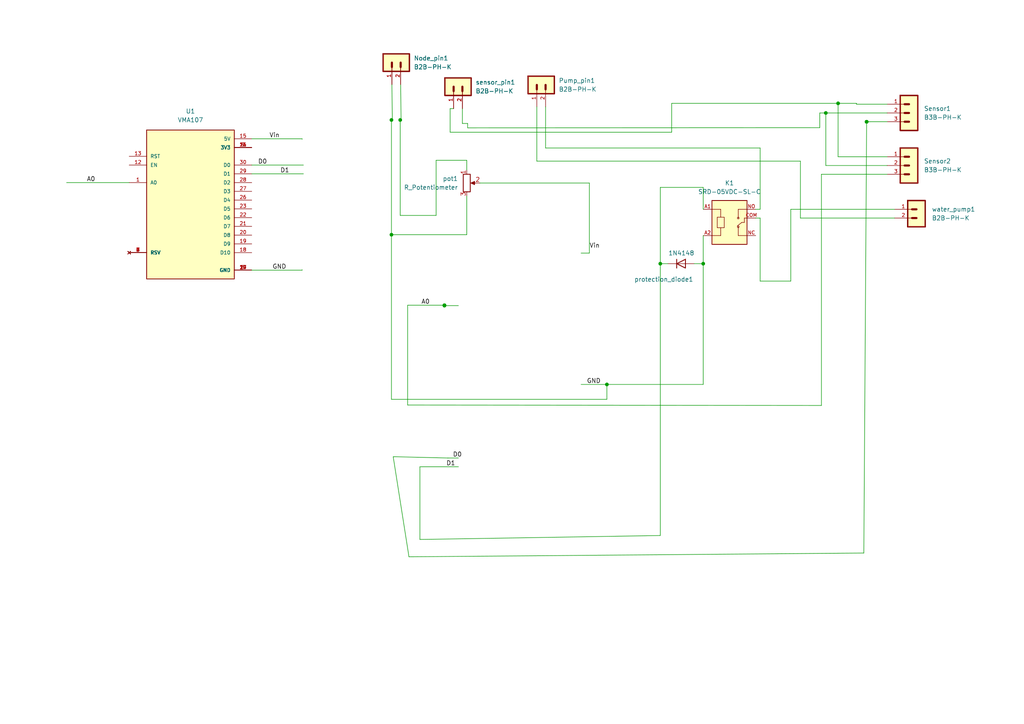
<source format=kicad_sch>
(kicad_sch (version 20211123) (generator eeschema)

  (uuid e63e39d7-6ac0-4ffd-8aa3-1841a4541b55)

  (paper "A4")

  (lib_symbols
    (symbol "Connector_2Pin_1:B2B-PH-K" (pin_names (offset 1.016)) (in_bom yes) (on_board yes)
      (property "Reference" "P" (id 0) (at -1.27 3.175 0)
        (effects (font (size 1.27 1.27)) (justify left bottom))
      )
      (property "Value" "B2B-PH-K" (id 1) (at -1.27 -7.62 0)
        (effects (font (size 1.27 1.27)) (justify left bottom))
      )
      (property "Footprint" "B2B-PH-K" (id 2) (at 0 0 0)
        (effects (font (size 1.27 1.27)) (justify bottom) hide)
      )
      (property "Datasheet" "" (id 3) (at 0 0 0)
        (effects (font (size 1.27 1.27)) hide)
      )
      (property "LABEL" "" (id 4) (at 0 0 0)
        (effects (font (size 1.27 1.27)) (justify bottom) hide)
      )
      (symbol "B2B-PH-K_0_0"
        (rectangle (start -1.27 -5.08) (end 3.81 2.54)
          (stroke (width 0.4064) (type default) (color 0 0 0 0))
          (fill (type background))
        )
        (polyline
          (pts
            (xy 1.27 -2.54)
            (xy 0 -2.54)
          )
          (stroke (width 0.6096) (type default) (color 0 0 0 0))
          (fill (type none))
        )
        (polyline
          (pts
            (xy 1.27 0)
            (xy 0 0)
          )
          (stroke (width 0.6096) (type default) (color 0 0 0 0))
          (fill (type none))
        )
        (pin passive line (at -5.08 0 0) (length 5.08)
          (name "~" (effects (font (size 1.016 1.016))))
          (number "1" (effects (font (size 1.016 1.016))))
        )
        (pin passive line (at -5.08 -2.54 0) (length 5.08)
          (name "~" (effects (font (size 1.016 1.016))))
          (number "2" (effects (font (size 1.016 1.016))))
        )
      )
    )
    (symbol "Connector_3Pin_2_2mm:B3B-PH-K" (pin_names (offset 1.016)) (in_bom yes) (on_board yes)
      (property "Reference" "P" (id 0) (at -1.27 5.715 0)
        (effects (font (size 1.27 1.27)) (justify left bottom))
      )
      (property "Value" "B3B-PH-K" (id 1) (at -1.27 -7.62 0)
        (effects (font (size 1.27 1.27)) (justify left bottom))
      )
      (property "Footprint" "B3B-PH-K" (id 2) (at 0 0 0)
        (effects (font (size 1.27 1.27)) (justify bottom) hide)
      )
      (property "Datasheet" "" (id 3) (at 0 0 0)
        (effects (font (size 1.27 1.27)) hide)
      )
      (property "LABEL" "" (id 4) (at 0 0 0)
        (effects (font (size 1.27 1.27)) (justify bottom) hide)
      )
      (symbol "B3B-PH-K_0_0"
        (rectangle (start -1.27 -5.08) (end 3.81 5.08)
          (stroke (width 0.4064) (type default) (color 0 0 0 0))
          (fill (type background))
        )
        (polyline
          (pts
            (xy 1.27 -2.54)
            (xy 0 -2.54)
          )
          (stroke (width 0.6096) (type default) (color 0 0 0 0))
          (fill (type none))
        )
        (polyline
          (pts
            (xy 1.27 0)
            (xy 0 0)
          )
          (stroke (width 0.6096) (type default) (color 0 0 0 0))
          (fill (type none))
        )
        (polyline
          (pts
            (xy 1.27 2.54)
            (xy 0 2.54)
          )
          (stroke (width 0.6096) (type default) (color 0 0 0 0))
          (fill (type none))
        )
        (pin passive line (at -5.08 2.54 0) (length 5.08)
          (name "~" (effects (font (size 1.016 1.016))))
          (number "1" (effects (font (size 1.016 1.016))))
        )
        (pin passive line (at -5.08 0 0) (length 5.08)
          (name "~" (effects (font (size 1.016 1.016))))
          (number "2" (effects (font (size 1.016 1.016))))
        )
        (pin passive line (at -5.08 -2.54 0) (length 5.08)
          (name "~" (effects (font (size 1.016 1.016))))
          (number "3" (effects (font (size 1.016 1.016))))
        )
      )
    )
    (symbol "Device:C_Polarized" (pin_numbers hide) (pin_names (offset 0.254)) (in_bom yes) (on_board yes)
      (property "Reference" "C" (id 0) (at 0.635 2.54 0)
        (effects (font (size 1.27 1.27)) (justify left))
      )
      (property "Value" "C_Polarized" (id 1) (at 0.635 -2.54 0)
        (effects (font (size 1.27 1.27)) (justify left))
      )
      (property "Footprint" "" (id 2) (at 0.9652 -3.81 0)
        (effects (font (size 1.27 1.27)) hide)
      )
      (property "Datasheet" "~" (id 3) (at 0 0 0)
        (effects (font (size 1.27 1.27)) hide)
      )
      (property "ki_keywords" "cap capacitor" (id 4) (at 0 0 0)
        (effects (font (size 1.27 1.27)) hide)
      )
      (property "ki_description" "Polarized capacitor" (id 5) (at 0 0 0)
        (effects (font (size 1.27 1.27)) hide)
      )
      (property "ki_fp_filters" "CP_*" (id 6) (at 0 0 0)
        (effects (font (size 1.27 1.27)) hide)
      )
      (symbol "C_Polarized_0_1"
        (rectangle (start -2.286 0.508) (end 2.286 1.016)
          (stroke (width 0) (type default) (color 0 0 0 0))
          (fill (type none))
        )
        (polyline
          (pts
            (xy -1.778 2.286)
            (xy -0.762 2.286)
          )
          (stroke (width 0) (type default) (color 0 0 0 0))
          (fill (type none))
        )
        (polyline
          (pts
            (xy -1.27 2.794)
            (xy -1.27 1.778)
          )
          (stroke (width 0) (type default) (color 0 0 0 0))
          (fill (type none))
        )
        (rectangle (start 2.286 -0.508) (end -2.286 -1.016)
          (stroke (width 0) (type default) (color 0 0 0 0))
          (fill (type outline))
        )
      )
      (symbol "C_Polarized_1_1"
        (pin passive line (at 0 3.81 270) (length 2.794)
          (name "~" (effects (font (size 1.27 1.27))))
          (number "1" (effects (font (size 1.27 1.27))))
        )
        (pin passive line (at 0 -3.81 90) (length 2.794)
          (name "~" (effects (font (size 1.27 1.27))))
          (number "2" (effects (font (size 1.27 1.27))))
        )
      )
    )
    (symbol "Device:R_Potentiometer" (pin_names (offset 1.016) hide) (in_bom yes) (on_board yes)
      (property "Reference" "RV" (id 0) (at -4.445 0 90)
        (effects (font (size 1.27 1.27)))
      )
      (property "Value" "R_Potentiometer" (id 1) (at -2.54 0 90)
        (effects (font (size 1.27 1.27)))
      )
      (property "Footprint" "" (id 2) (at 0 0 0)
        (effects (font (size 1.27 1.27)) hide)
      )
      (property "Datasheet" "~" (id 3) (at 0 0 0)
        (effects (font (size 1.27 1.27)) hide)
      )
      (property "ki_keywords" "resistor variable" (id 4) (at 0 0 0)
        (effects (font (size 1.27 1.27)) hide)
      )
      (property "ki_description" "Potentiometer" (id 5) (at 0 0 0)
        (effects (font (size 1.27 1.27)) hide)
      )
      (property "ki_fp_filters" "Potentiometer*" (id 6) (at 0 0 0)
        (effects (font (size 1.27 1.27)) hide)
      )
      (symbol "R_Potentiometer_0_1"
        (polyline
          (pts
            (xy 2.54 0)
            (xy 1.524 0)
          )
          (stroke (width 0) (type default) (color 0 0 0 0))
          (fill (type none))
        )
        (polyline
          (pts
            (xy 1.143 0)
            (xy 2.286 0.508)
            (xy 2.286 -0.508)
            (xy 1.143 0)
          )
          (stroke (width 0) (type default) (color 0 0 0 0))
          (fill (type outline))
        )
        (rectangle (start 1.016 2.54) (end -1.016 -2.54)
          (stroke (width 0.254) (type default) (color 0 0 0 0))
          (fill (type none))
        )
      )
      (symbol "R_Potentiometer_1_1"
        (pin passive line (at 0 3.81 270) (length 1.27)
          (name "1" (effects (font (size 1.27 1.27))))
          (number "1" (effects (font (size 1.27 1.27))))
        )
        (pin passive line (at 3.81 0 180) (length 1.27)
          (name "2" (effects (font (size 1.27 1.27))))
          (number "2" (effects (font (size 1.27 1.27))))
        )
        (pin passive line (at 0 -3.81 90) (length 1.27)
          (name "3" (effects (font (size 1.27 1.27))))
          (number "3" (effects (font (size 1.27 1.27))))
        )
      )
    )
    (symbol "Device:Transformer_1P_1S" (pin_names (offset 1.016) hide) (in_bom yes) (on_board yes)
      (property "Reference" "T" (id 0) (at 0 6.35 0)
        (effects (font (size 1.27 1.27)))
      )
      (property "Value" "Transformer_1P_1S" (id 1) (at 0 -7.62 0)
        (effects (font (size 1.27 1.27)))
      )
      (property "Footprint" "" (id 2) (at 0 0 0)
        (effects (font (size 1.27 1.27)) hide)
      )
      (property "Datasheet" "~" (id 3) (at 0 0 0)
        (effects (font (size 1.27 1.27)) hide)
      )
      (property "ki_keywords" "transformer coil magnet" (id 4) (at 0 0 0)
        (effects (font (size 1.27 1.27)) hide)
      )
      (property "ki_description" "Transformer, single primary, single secondary" (id 5) (at 0 0 0)
        (effects (font (size 1.27 1.27)) hide)
      )
      (symbol "Transformer_1P_1S_0_1"
        (arc (start -2.54 -5.0546) (mid -1.6599 -4.6901) (end -1.27 -3.81)
          (stroke (width 0) (type default) (color 0 0 0 0))
          (fill (type none))
        )
        (arc (start -2.54 -2.5146) (mid -1.6599 -2.1501) (end -1.27 -1.27)
          (stroke (width 0) (type default) (color 0 0 0 0))
          (fill (type none))
        )
        (arc (start -2.54 0.0254) (mid -1.6599 0.3899) (end -1.27 1.27)
          (stroke (width 0) (type default) (color 0 0 0 0))
          (fill (type none))
        )
        (arc (start -2.54 2.5654) (mid -1.6599 2.9299) (end -1.27 3.81)
          (stroke (width 0) (type default) (color 0 0 0 0))
          (fill (type none))
        )
        (arc (start -1.27 -3.81) (mid -1.642 -2.912) (end -2.54 -2.54)
          (stroke (width 0) (type default) (color 0 0 0 0))
          (fill (type none))
        )
        (arc (start -1.27 -1.27) (mid -1.642 -0.372) (end -2.54 0)
          (stroke (width 0) (type default) (color 0 0 0 0))
          (fill (type none))
        )
        (arc (start -1.27 1.27) (mid -1.642 2.168) (end -2.54 2.54)
          (stroke (width 0) (type default) (color 0 0 0 0))
          (fill (type none))
        )
        (arc (start -1.27 3.81) (mid -1.642 4.708) (end -2.54 5.08)
          (stroke (width 0) (type default) (color 0 0 0 0))
          (fill (type none))
        )
        (polyline
          (pts
            (xy -0.635 5.08)
            (xy -0.635 -5.08)
          )
          (stroke (width 0) (type default) (color 0 0 0 0))
          (fill (type none))
        )
        (polyline
          (pts
            (xy 0.635 -5.08)
            (xy 0.635 5.08)
          )
          (stroke (width 0) (type default) (color 0 0 0 0))
          (fill (type none))
        )
        (arc (start 1.2954 -1.27) (mid 1.6599 -2.1501) (end 2.54 -2.5146)
          (stroke (width 0) (type default) (color 0 0 0 0))
          (fill (type none))
        )
        (arc (start 1.2954 1.27) (mid 1.6599 0.3899) (end 2.54 0.0254)
          (stroke (width 0) (type default) (color 0 0 0 0))
          (fill (type none))
        )
        (arc (start 1.2954 3.81) (mid 1.6599 2.9299) (end 2.54 2.5654)
          (stroke (width 0) (type default) (color 0 0 0 0))
          (fill (type none))
        )
        (arc (start 1.3208 -3.81) (mid 1.6853 -4.6901) (end 2.5654 -5.0546)
          (stroke (width 0) (type default) (color 0 0 0 0))
          (fill (type none))
        )
        (arc (start 2.54 0) (mid 1.642 -0.372) (end 1.2954 -1.27)
          (stroke (width 0) (type default) (color 0 0 0 0))
          (fill (type none))
        )
        (arc (start 2.54 2.54) (mid 1.642 2.168) (end 1.2954 1.27)
          (stroke (width 0) (type default) (color 0 0 0 0))
          (fill (type none))
        )
        (arc (start 2.54 5.08) (mid 1.642 4.708) (end 1.2954 3.81)
          (stroke (width 0) (type default) (color 0 0 0 0))
          (fill (type none))
        )
        (arc (start 2.5654 -2.54) (mid 1.6674 -2.912) (end 1.3208 -3.81)
          (stroke (width 0) (type default) (color 0 0 0 0))
          (fill (type none))
        )
      )
      (symbol "Transformer_1P_1S_1_1"
        (pin passive line (at -10.16 5.08 0) (length 7.62)
          (name "AA" (effects (font (size 1.27 1.27))))
          (number "1" (effects (font (size 1.27 1.27))))
        )
        (pin passive line (at -10.16 -5.08 0) (length 7.62)
          (name "AB" (effects (font (size 1.27 1.27))))
          (number "2" (effects (font (size 1.27 1.27))))
        )
        (pin passive line (at 10.16 -5.08 180) (length 7.62)
          (name "SA" (effects (font (size 1.27 1.27))))
          (number "3" (effects (font (size 1.27 1.27))))
        )
        (pin passive line (at 10.16 5.08 180) (length 7.62)
          (name "SB" (effects (font (size 1.27 1.27))))
          (number "4" (effects (font (size 1.27 1.27))))
        )
      )
    )
    (symbol "Diode:1N4007" (pin_numbers hide) (pin_names hide) (in_bom yes) (on_board yes)
      (property "Reference" "D" (id 0) (at 0 2.54 0)
        (effects (font (size 1.27 1.27)))
      )
      (property "Value" "1N4007" (id 1) (at 0 -2.54 0)
        (effects (font (size 1.27 1.27)))
      )
      (property "Footprint" "Diode_THT:D_DO-41_SOD81_P10.16mm_Horizontal" (id 2) (at 0 -4.445 0)
        (effects (font (size 1.27 1.27)) hide)
      )
      (property "Datasheet" "http://www.vishay.com/docs/88503/1n4001.pdf" (id 3) (at 0 0 0)
        (effects (font (size 1.27 1.27)) hide)
      )
      (property "ki_keywords" "diode" (id 4) (at 0 0 0)
        (effects (font (size 1.27 1.27)) hide)
      )
      (property "ki_description" "1000V 1A General Purpose Rectifier Diode, DO-41" (id 5) (at 0 0 0)
        (effects (font (size 1.27 1.27)) hide)
      )
      (property "ki_fp_filters" "D*DO?41*" (id 6) (at 0 0 0)
        (effects (font (size 1.27 1.27)) hide)
      )
      (symbol "1N4007_0_1"
        (polyline
          (pts
            (xy -1.27 1.27)
            (xy -1.27 -1.27)
          )
          (stroke (width 0.254) (type default) (color 0 0 0 0))
          (fill (type none))
        )
        (polyline
          (pts
            (xy 1.27 0)
            (xy -1.27 0)
          )
          (stroke (width 0) (type default) (color 0 0 0 0))
          (fill (type none))
        )
        (polyline
          (pts
            (xy 1.27 1.27)
            (xy 1.27 -1.27)
            (xy -1.27 0)
            (xy 1.27 1.27)
          )
          (stroke (width 0.254) (type default) (color 0 0 0 0))
          (fill (type none))
        )
      )
      (symbol "1N4007_1_1"
        (pin passive line (at -3.81 0 0) (length 2.54)
          (name "K" (effects (font (size 1.27 1.27))))
          (number "1" (effects (font (size 1.27 1.27))))
        )
        (pin passive line (at 3.81 0 180) (length 2.54)
          (name "A" (effects (font (size 1.27 1.27))))
          (number "2" (effects (font (size 1.27 1.27))))
        )
      )
    )
    (symbol "Diode:1N4148" (pin_numbers hide) (pin_names (offset 1.016) hide) (in_bom yes) (on_board yes)
      (property "Reference" "D" (id 0) (at 0 2.54 0)
        (effects (font (size 1.27 1.27)))
      )
      (property "Value" "1N4148" (id 1) (at 0 -2.54 0)
        (effects (font (size 1.27 1.27)))
      )
      (property "Footprint" "Diode_THT:D_DO-35_SOD27_P7.62mm_Horizontal" (id 2) (at 0 -4.445 0)
        (effects (font (size 1.27 1.27)) hide)
      )
      (property "Datasheet" "https://assets.nexperia.com/documents/data-sheet/1N4148_1N4448.pdf" (id 3) (at 0 0 0)
        (effects (font (size 1.27 1.27)) hide)
      )
      (property "ki_keywords" "diode" (id 4) (at 0 0 0)
        (effects (font (size 1.27 1.27)) hide)
      )
      (property "ki_description" "100V 0.15A standard switching diode, DO-35" (id 5) (at 0 0 0)
        (effects (font (size 1.27 1.27)) hide)
      )
      (property "ki_fp_filters" "D*DO?35*" (id 6) (at 0 0 0)
        (effects (font (size 1.27 1.27)) hide)
      )
      (symbol "1N4148_0_1"
        (polyline
          (pts
            (xy -1.27 1.27)
            (xy -1.27 -1.27)
          )
          (stroke (width 0.254) (type default) (color 0 0 0 0))
          (fill (type none))
        )
        (polyline
          (pts
            (xy 1.27 0)
            (xy -1.27 0)
          )
          (stroke (width 0) (type default) (color 0 0 0 0))
          (fill (type none))
        )
        (polyline
          (pts
            (xy 1.27 1.27)
            (xy 1.27 -1.27)
            (xy -1.27 0)
            (xy 1.27 1.27)
          )
          (stroke (width 0.254) (type default) (color 0 0 0 0))
          (fill (type none))
        )
      )
      (symbol "1N4148_1_1"
        (pin passive line (at -3.81 0 0) (length 2.54)
          (name "K" (effects (font (size 1.27 1.27))))
          (number "1" (effects (font (size 1.27 1.27))))
        )
        (pin passive line (at 3.81 0 180) (length 2.54)
          (name "A" (effects (font (size 1.27 1.27))))
          (number "2" (effects (font (size 1.27 1.27))))
        )
      )
    )
    (symbol "Regulator_Linear:L7805" (pin_names (offset 0.254)) (in_bom yes) (on_board yes)
      (property "Reference" "U" (id 0) (at -3.81 3.175 0)
        (effects (font (size 1.27 1.27)))
      )
      (property "Value" "L7805" (id 1) (at 0 3.175 0)
        (effects (font (size 1.27 1.27)) (justify left))
      )
      (property "Footprint" "" (id 2) (at 0.635 -3.81 0)
        (effects (font (size 1.27 1.27) italic) (justify left) hide)
      )
      (property "Datasheet" "http://www.st.com/content/ccc/resource/technical/document/datasheet/41/4f/b3/b0/12/d4/47/88/CD00000444.pdf/files/CD00000444.pdf/jcr:content/translations/en.CD00000444.pdf" (id 3) (at 0 -1.27 0)
        (effects (font (size 1.27 1.27)) hide)
      )
      (property "ki_keywords" "Voltage Regulator 1.5A Positive" (id 4) (at 0 0 0)
        (effects (font (size 1.27 1.27)) hide)
      )
      (property "ki_description" "Positive 1.5A 35V Linear Regulator, Fixed Output 5V, TO-220/TO-263/TO-252" (id 5) (at 0 0 0)
        (effects (font (size 1.27 1.27)) hide)
      )
      (property "ki_fp_filters" "TO?252* TO?263* TO?220*" (id 6) (at 0 0 0)
        (effects (font (size 1.27 1.27)) hide)
      )
      (symbol "L7805_0_1"
        (rectangle (start -5.08 1.905) (end 5.08 -5.08)
          (stroke (width 0.254) (type default) (color 0 0 0 0))
          (fill (type background))
        )
      )
      (symbol "L7805_1_1"
        (pin power_in line (at -7.62 0 0) (length 2.54)
          (name "IN" (effects (font (size 1.27 1.27))))
          (number "1" (effects (font (size 1.27 1.27))))
        )
        (pin power_in line (at 0 -7.62 90) (length 2.54)
          (name "GND" (effects (font (size 1.27 1.27))))
          (number "2" (effects (font (size 1.27 1.27))))
        )
        (pin power_out line (at 7.62 0 180) (length 2.54)
          (name "OUT" (effects (font (size 1.27 1.27))))
          (number "3" (effects (font (size 1.27 1.27))))
        )
      )
    )
    (symbol "Relay SPDT snapeda.com:SRD-05VDC-SL-C" (pin_names (offset 1.016)) (in_bom yes) (on_board yes)
      (property "Reference" "K" (id 0) (at -5.0809 5.843 0)
        (effects (font (size 1.27 1.27)) (justify left bottom))
      )
      (property "Value" "SRD-05VDC-SL-C" (id 1) (at -5.0832 -10.1664 0)
        (effects (font (size 1.27 1.27)) (justify left bottom))
      )
      (property "Footprint" "RELAY_SRD-05VDC-SL-C" (id 2) (at 0 0 0)
        (effects (font (size 1.27 1.27)) (justify bottom) hide)
      )
      (property "Datasheet" "" (id 3) (at 0 0 0)
        (effects (font (size 1.27 1.27)) hide)
      )
      (property "MANUFACTURER" "SONGLE RELAY" (id 4) (at 0 0 0)
        (effects (font (size 1.27 1.27)) (justify bottom) hide)
      )
      (property "STANDARD" "IPC-7251" (id 5) (at 0 0 0)
        (effects (font (size 1.27 1.27)) (justify bottom) hide)
      )
      (symbol "SRD-05VDC-SL-C_0_0"
        (rectangle (start -5.08 -7.62) (end 5.08 5.08)
          (stroke (width 0.254) (type default) (color 0 0 0 0))
          (fill (type background))
        )
        (polyline
          (pts
            (xy -5.08 2.54)
            (xy -2.54 2.54)
          )
          (stroke (width 0.1524) (type default) (color 0 0 0 0))
          (fill (type none))
        )
        (polyline
          (pts
            (xy -3.556 -2.794)
            (xy -2.54 -2.794)
          )
          (stroke (width 0.1524) (type default) (color 0 0 0 0))
          (fill (type none))
        )
        (polyline
          (pts
            (xy -3.556 0.254)
            (xy -3.556 -2.794)
          )
          (stroke (width 0.1524) (type default) (color 0 0 0 0))
          (fill (type none))
        )
        (polyline
          (pts
            (xy -2.54 -5.08)
            (xy -5.08 -5.08)
          )
          (stroke (width 0.1524) (type default) (color 0 0 0 0))
          (fill (type none))
        )
        (polyline
          (pts
            (xy -2.54 -2.794)
            (xy -2.54 -5.08)
          )
          (stroke (width 0.1524) (type default) (color 0 0 0 0))
          (fill (type none))
        )
        (polyline
          (pts
            (xy -2.54 -2.794)
            (xy -1.524 -2.794)
          )
          (stroke (width 0.1524) (type default) (color 0 0 0 0))
          (fill (type none))
        )
        (polyline
          (pts
            (xy -2.54 0.254)
            (xy -3.556 0.254)
          )
          (stroke (width 0.1524) (type default) (color 0 0 0 0))
          (fill (type none))
        )
        (polyline
          (pts
            (xy -2.54 2.54)
            (xy -2.54 0.254)
          )
          (stroke (width 0.1524) (type default) (color 0 0 0 0))
          (fill (type none))
        )
        (polyline
          (pts
            (xy -1.524 -2.794)
            (xy -1.524 0.254)
          )
          (stroke (width 0.1524) (type default) (color 0 0 0 0))
          (fill (type none))
        )
        (polyline
          (pts
            (xy -1.524 0.254)
            (xy -2.54 0.254)
          )
          (stroke (width 0.1524) (type default) (color 0 0 0 0))
          (fill (type none))
        )
        (polyline
          (pts
            (xy 2.54 -5.08)
            (xy 5.08 -5.08)
          )
          (stroke (width 0.1524) (type default) (color 0 0 0 0))
          (fill (type none))
        )
        (polyline
          (pts
            (xy 2.54 -2.54)
            (xy 2.54 -5.08)
          )
          (stroke (width 0.1524) (type default) (color 0 0 0 0))
          (fill (type none))
        )
        (polyline
          (pts
            (xy 2.54 2.54)
            (xy 2.54 0)
          )
          (stroke (width 0.1524) (type default) (color 0 0 0 0))
          (fill (type none))
        )
        (polyline
          (pts
            (xy 3.556 -1.27)
            (xy 2.286 -2.286)
          )
          (stroke (width 0.1524) (type default) (color 0 0 0 0))
          (fill (type none))
        )
        (polyline
          (pts
            (xy 3.556 -1.27)
            (xy 4.318 -1.27)
          )
          (stroke (width 0.1524) (type default) (color 0 0 0 0))
          (fill (type none))
        )
        (polyline
          (pts
            (xy 4.318 -1.27)
            (xy 4.318 0)
          )
          (stroke (width 0.1524) (type default) (color 0 0 0 0))
          (fill (type none))
        )
        (polyline
          (pts
            (xy 4.318 0)
            (xy 5.08 0)
          )
          (stroke (width 0.1524) (type default) (color 0 0 0 0))
          (fill (type none))
        )
        (polyline
          (pts
            (xy 5.08 2.54)
            (xy 2.54 2.54)
          )
          (stroke (width 0.1524) (type default) (color 0 0 0 0))
          (fill (type none))
        )
        (circle (center 2.54 -2.54) (radius 0.254)
          (stroke (width 0.1524) (type default) (color 0 0 0 0))
          (fill (type none))
        )
        (circle (center 2.54 0) (radius 0.254)
          (stroke (width 0.1524) (type default) (color 0 0 0 0))
          (fill (type none))
        )
        (pin passive line (at -7.62 2.54 0) (length 2.54)
          (name "~" (effects (font (size 1.016 1.016))))
          (number "A1" (effects (font (size 1.016 1.016))))
        )
        (pin passive line (at -7.62 -5.08 0) (length 2.54)
          (name "~" (effects (font (size 1.016 1.016))))
          (number "A2" (effects (font (size 1.016 1.016))))
        )
        (pin passive line (at 7.62 0 180) (length 2.54)
          (name "~" (effects (font (size 1.016 1.016))))
          (number "COM" (effects (font (size 1.016 1.016))))
        )
        (pin passive line (at 7.62 -5.08 180) (length 2.54)
          (name "~" (effects (font (size 1.016 1.016))))
          (number "NC" (effects (font (size 1.016 1.016))))
        )
        (pin passive line (at 7.62 2.54 180) (length 2.54)
          (name "~" (effects (font (size 1.016 1.016))))
          (number "NO" (effects (font (size 1.016 1.016))))
        )
      )
    )
    (symbol "VMA107:VMA107" (pin_names (offset 1.016)) (in_bom yes) (on_board yes)
      (property "Reference" "U" (id 0) (at -12.7 22.86 0)
        (effects (font (size 1.27 1.27)) (justify left top))
      )
      (property "Value" "VMA107" (id 1) (at -12.7 -25.4 0)
        (effects (font (size 1.27 1.27)) (justify left bottom))
      )
      (property "Footprint" "MODULE_VMA107" (id 2) (at 0 0 0)
        (effects (font (size 1.27 1.27)) (justify bottom) hide)
      )
      (property "Datasheet" "" (id 3) (at 0 0 0)
        (effects (font (size 1.27 1.27)) hide)
      )
      (property "STANDARD" "Manufacturer Recommendations" (id 4) (at 0 0 0)
        (effects (font (size 1.27 1.27)) (justify bottom) hide)
      )
      (property "MAXIMUM_PACKAGE_HEIGHT" "" (id 5) (at 0 0 0)
        (effects (font (size 1.27 1.27)) (justify bottom) hide)
      )
      (property "PARTREV" "V. 02 - 08/05/2019" (id 6) (at 0 0 0)
        (effects (font (size 1.27 1.27)) (justify bottom) hide)
      )
      (property "MANUFACTURER" "Velleman" (id 7) (at 0 0 0)
        (effects (font (size 1.27 1.27)) (justify bottom) hide)
      )
      (symbol "VMA107_0_0"
        (rectangle (start -12.7 -22.86) (end 12.7 20.32)
          (stroke (width 0.254) (type default) (color 0 0 0 0))
          (fill (type background))
        )
        (pin bidirectional line (at -17.78 5.08 0) (length 5.08)
          (name "A0" (effects (font (size 1.016 1.016))))
          (number "1" (effects (font (size 1.016 1.016))))
        )
        (pin power_in line (at 17.78 -20.32 180) (length 5.08)
          (name "GND" (effects (font (size 1.016 1.016))))
          (number "10" (effects (font (size 1.016 1.016))))
        )
        (pin power_in line (at 17.78 15.24 180) (length 5.08)
          (name "3V3" (effects (font (size 1.016 1.016))))
          (number "11" (effects (font (size 1.016 1.016))))
        )
        (pin input line (at -17.78 10.16 0) (length 5.08)
          (name "EN" (effects (font (size 1.016 1.016))))
          (number "12" (effects (font (size 1.016 1.016))))
        )
        (pin input line (at -17.78 12.7 0) (length 5.08)
          (name "RST" (effects (font (size 1.016 1.016))))
          (number "13" (effects (font (size 1.016 1.016))))
        )
        (pin power_in line (at 17.78 -20.32 180) (length 5.08)
          (name "GND" (effects (font (size 1.016 1.016))))
          (number "14" (effects (font (size 1.016 1.016))))
        )
        (pin power_in line (at 17.78 17.78 180) (length 5.08)
          (name "5V" (effects (font (size 1.016 1.016))))
          (number "15" (effects (font (size 1.016 1.016))))
        )
        (pin power_in line (at 17.78 15.24 180) (length 5.08)
          (name "3V3" (effects (font (size 1.016 1.016))))
          (number "16" (effects (font (size 1.016 1.016))))
        )
        (pin power_in line (at 17.78 -20.32 180) (length 5.08)
          (name "GND" (effects (font (size 1.016 1.016))))
          (number "17" (effects (font (size 1.016 1.016))))
        )
        (pin bidirectional line (at 17.78 -15.24 180) (length 5.08)
          (name "D10" (effects (font (size 1.016 1.016))))
          (number "18" (effects (font (size 1.016 1.016))))
        )
        (pin bidirectional line (at 17.78 -12.7 180) (length 5.08)
          (name "D9" (effects (font (size 1.016 1.016))))
          (number "19" (effects (font (size 1.016 1.016))))
        )
        (pin no_connect line (at -17.78 -15.24 0) (length 5.08)
          (name "RSV" (effects (font (size 1.016 1.016))))
          (number "2" (effects (font (size 1.016 1.016))))
        )
        (pin bidirectional line (at 17.78 -10.16 180) (length 5.08)
          (name "D8" (effects (font (size 1.016 1.016))))
          (number "20" (effects (font (size 1.016 1.016))))
        )
        (pin bidirectional line (at 17.78 -7.62 180) (length 5.08)
          (name "D7" (effects (font (size 1.016 1.016))))
          (number "21" (effects (font (size 1.016 1.016))))
        )
        (pin bidirectional line (at 17.78 -5.08 180) (length 5.08)
          (name "D6" (effects (font (size 1.016 1.016))))
          (number "22" (effects (font (size 1.016 1.016))))
        )
        (pin bidirectional line (at 17.78 -2.54 180) (length 5.08)
          (name "D5" (effects (font (size 1.016 1.016))))
          (number "23" (effects (font (size 1.016 1.016))))
        )
        (pin power_in line (at 17.78 -20.32 180) (length 5.08)
          (name "GND" (effects (font (size 1.016 1.016))))
          (number "24" (effects (font (size 1.016 1.016))))
        )
        (pin power_in line (at 17.78 15.24 180) (length 5.08)
          (name "3V3" (effects (font (size 1.016 1.016))))
          (number "25" (effects (font (size 1.016 1.016))))
        )
        (pin bidirectional line (at 17.78 0 180) (length 5.08)
          (name "D4" (effects (font (size 1.016 1.016))))
          (number "26" (effects (font (size 1.016 1.016))))
        )
        (pin bidirectional line (at 17.78 2.54 180) (length 5.08)
          (name "D3" (effects (font (size 1.016 1.016))))
          (number "27" (effects (font (size 1.016 1.016))))
        )
        (pin bidirectional line (at 17.78 5.08 180) (length 5.08)
          (name "D2" (effects (font (size 1.016 1.016))))
          (number "28" (effects (font (size 1.016 1.016))))
        )
        (pin bidirectional line (at 17.78 7.62 180) (length 5.08)
          (name "D1" (effects (font (size 1.016 1.016))))
          (number "29" (effects (font (size 1.016 1.016))))
        )
        (pin no_connect line (at -17.78 -15.24 0) (length 5.08)
          (name "RSV" (effects (font (size 1.016 1.016))))
          (number "3" (effects (font (size 1.016 1.016))))
        )
        (pin bidirectional line (at 17.78 10.16 180) (length 5.08)
          (name "D0" (effects (font (size 1.016 1.016))))
          (number "30" (effects (font (size 1.016 1.016))))
        )
        (pin no_connect line (at -17.78 -15.24 0) (length 5.08)
          (name "RSV" (effects (font (size 1.016 1.016))))
          (number "4" (effects (font (size 1.016 1.016))))
        )
        (pin no_connect line (at -17.78 -15.24 0) (length 5.08)
          (name "RSV" (effects (font (size 1.016 1.016))))
          (number "5" (effects (font (size 1.016 1.016))))
        )
        (pin no_connect line (at -17.78 -15.24 0) (length 5.08)
          (name "RSV" (effects (font (size 1.016 1.016))))
          (number "6" (effects (font (size 1.016 1.016))))
        )
        (pin no_connect line (at -17.78 -15.24 0) (length 5.08)
          (name "RSV" (effects (font (size 1.016 1.016))))
          (number "7" (effects (font (size 1.016 1.016))))
        )
        (pin power_in line (at 17.78 -20.32 180) (length 5.08)
          (name "GND" (effects (font (size 1.016 1.016))))
          (number "8" (effects (font (size 1.016 1.016))))
        )
        (pin power_in line (at 17.78 15.24 180) (length 5.08)
          (name "3V3" (effects (font (size 1.016 1.016))))
          (number "9" (effects (font (size 1.016 1.016))))
        )
      )
    )
  )

  (junction (at 116.078 34.798) (diameter 0) (color 0 0 0 0)
    (uuid 0014c70f-6ca6-4c50-bc82-d51511952f4e)
  )
  (junction (at 211.582 -37.973) (diameter 0) (color 0 0 0 0)
    (uuid 0803c8a2-fd55-4215-99b2-a493f5ef3a3d)
  )
  (junction (at 239.522 32.766) (diameter 0) (color 0 0 0 0)
    (uuid 0a843cc1-6877-496f-a097-00b835446a86)
  )
  (junction (at 151.892 -37.973) (diameter 0) (color 0 0 0 0)
    (uuid 0e3ec8e4-9e89-4f31-adbf-93cab455d70c)
  )
  (junction (at 130.302 -63.373) (diameter 0) (color 0 0 0 0)
    (uuid 10d1ad70-6c0a-4f92-9978-ccedccd194b5)
  )
  (junction (at 209.042 -63.373) (diameter 0) (color 0 0 0 0)
    (uuid 14fc97f0-6850-492a-8a6f-7e63506bcf43)
  )
  (junction (at 191.516 76.4794) (diameter 0) (color 0 0 0 0)
    (uuid 283150a1-570c-436e-90fc-7809fe4f0fab)
  )
  (junction (at 214.122 -37.973) (diameter 0) (color 0 0 0 0)
    (uuid 32d81d9e-79bf-4d3a-b7a5-384170f99864)
  )
  (junction (at 193.802 -63.373) (diameter 0) (color 0 0 0 0)
    (uuid 44952149-b473-4d59-be33-3c4f7bef984a)
  )
  (junction (at 151.892 -63.373) (diameter 0) (color 0 0 0 0)
    (uuid 44b39cbe-5717-4ec2-afba-27c192ad6291)
  )
  (junction (at 193.802 -37.973) (diameter 0) (color 0 0 0 0)
    (uuid 466ff3cf-5ab8-4c4c-80f8-6c064d7be258)
  )
  (junction (at 128.905 88.519) (diameter 0) (color 0 0 0 0)
    (uuid 56ec3133-f0f7-4429-8da0-c46800c412a0)
  )
  (junction (at 111.252 -68.453) (diameter 0) (color 0 0 0 0)
    (uuid 63be1e99-37aa-4c46-8d5a-864a0f6db70f)
  )
  (junction (at 206.502 -63.373) (diameter 0) (color 0 0 0 0)
    (uuid 6813d85f-d4a4-40dd-99f4-4bf2a88ae681)
  )
  (junction (at 251.3584 35.306) (diameter 0) (color 0 0 0 0)
    (uuid 69bd61d8-dd47-4d0a-a056-6ce04905b26a)
  )
  (junction (at 176.022 111.506) (diameter 0) (color 0 0 0 0)
    (uuid 73ba4eb9-8868-498f-bbfe-990a6341e9f6)
  )
  (junction (at 113.538 34.798) (diameter 0) (color 0 0 0 0)
    (uuid 7e021381-f810-4036-a580-c3a00a45e8a6)
  )
  (junction (at 128.905 88.646) (diameter 0) (color 0 0 0 0)
    (uuid 8102ca37-2fe1-41b4-800f-a2d8556d88a8)
  )
  (junction (at 203.962 76.4794) (diameter 0) (color 0 0 0 0)
    (uuid 9ed97859-88cc-4c28-bda9-e359a6252105)
  )
  (junction (at 243.078 29.972) (diameter 0) (color 0 0 0 0)
    (uuid aa925280-fcb9-4f4e-b6a1-6b6e8ebc4a1b)
  )
  (junction (at 93.472 -63.373) (diameter 0) (color 0 0 0 0)
    (uuid ad8f3c4a-a086-4c42-9fed-0195e62c0732)
  )
  (junction (at 251.3584 35.3314) (diameter 0) (color 0 0 0 0)
    (uuid b4c2e84b-3b06-4206-95ba-6b17e6b946bc)
  )
  (junction (at 111.252 -58.293) (diameter 0) (color 0 0 0 0)
    (uuid e612d7b0-20e7-4de5-b0e3-4677b98a52bc)
  )
  (junction (at 177.292 -37.973) (diameter 0) (color 0 0 0 0)
    (uuid ec82ec4d-08bf-415d-8b3e-3519af2d3282)
  )
  (junction (at 113.538 68.072) (diameter 0) (color 0 0 0 0)
    (uuid f6188243-3792-4656-883a-30b4fe7bb805)
  )

  (wire (pts (xy 248.412 30.226) (xy 257.302 30.226))
    (stroke (width 0) (type default) (color 0 0 0 0))
    (uuid 0050ca3d-7e25-4186-8b7c-b3360fb02b31)
  )
  (wire (pts (xy 176.022 115.824) (xy 176.022 111.506))
    (stroke (width 0) (type default) (color 0 0 0 0))
    (uuid 07146eb0-fe91-46c2-bfdf-be792662d253)
  )
  (wire (pts (xy 203.962 76.4794) (xy 203.962 111.506))
    (stroke (width 0) (type default) (color 0 0 0 0))
    (uuid 09b298e3-99e4-498e-97c5-ab7d3ef36c5d)
  )
  (wire (pts (xy 239.522 48.006) (xy 257.302 48.006))
    (stroke (width 0) (type default) (color 0 0 0 0))
    (uuid 0be4fd85-acc4-4705-a6dc-93239df534cf)
  )
  (wire (pts (xy 243.078 29.972) (xy 248.412 29.972))
    (stroke (width 0) (type default) (color 0 0 0 0))
    (uuid 0ce6aede-3aa9-434c-9c22-7819325c1026)
  )
  (wire (pts (xy 170.942 53.086) (xy 170.942 73.406))
    (stroke (width 0) (type default) (color 0 0 0 0))
    (uuid 0db3a7b3-3888-4d72-b66e-0fc4b6c358c8)
  )
  (wire (pts (xy 121.793 156.464) (xy 191.516 155.321))
    (stroke (width 0) (type default) (color 0 0 0 0))
    (uuid 123ac9aa-93a7-4606-b7cf-96f4a22186cd)
  )
  (wire (pts (xy 177.292 -37.973) (xy 151.892 -37.973))
    (stroke (width 0) (type default) (color 0 0 0 0))
    (uuid 12e7cc29-28e0-4777-9f57-fdeed0b8f563)
  )
  (wire (pts (xy 219.202 60.706) (xy 220.472 60.706))
    (stroke (width 0) (type default) (color 0 0 0 0))
    (uuid 144540d0-8f43-481f-89b9-9296b94cfcec)
  )
  (wire (pts (xy 93.472 -63.373) (xy 93.472 -58.293))
    (stroke (width 0) (type default) (color 0 0 0 0))
    (uuid 15328c38-05d2-499d-b009-223d97782710)
  )
  (wire (pts (xy 135.636 35.814) (xy 135.636 37.084))
    (stroke (width 0) (type default) (color 0 0 0 0))
    (uuid 164ea207-21f3-48b8-9456-60f2b9d97ac6)
  )
  (wire (pts (xy 191.516 76.4794) (xy 191.516 54.356))
    (stroke (width 0) (type default) (color 0 0 0 0))
    (uuid 1ac7f72c-e866-4b8b-83a0-ffae3ae60bce)
  )
  (wire (pts (xy 73.025 78.359) (xy 87.63 78.359))
    (stroke (width 0) (type default) (color 0 0 0 0))
    (uuid 1e08c278-4ae4-48c0-8a42-af1d26ccfe14)
  )
  (wire (pts (xy 214.122 -49.403) (xy 214.122 -37.973))
    (stroke (width 0) (type default) (color 0 0 0 0))
    (uuid 20576f60-bd89-4a9a-b71e-757ca147aa86)
  )
  (wire (pts (xy 73.025 40.259) (xy 87.63 40.259))
    (stroke (width 0) (type default) (color 0 0 0 0))
    (uuid 22af863d-1d8c-4cbf-ae0f-44cf25853777)
  )
  (wire (pts (xy 113.538 34.798) (xy 113.538 68.072))
    (stroke (width 0) (type default) (color 0 0 0 0))
    (uuid 284124f8-6900-47fc-ab09-70b7e5c0f948)
  )
  (wire (pts (xy 151.892 -37.973) (xy 88.392 -37.973))
    (stroke (width 0) (type default) (color 0 0 0 0))
    (uuid 28f64ab6-81a9-48ae-bb5f-546433443b80)
  )
  (wire (pts (xy 168.529 111.506) (xy 176.022 111.506))
    (stroke (width 0) (type default) (color 0 0 0 0))
    (uuid 290818b1-6398-4c99-acdb-67ab332f9161)
  )
  (wire (pts (xy 129.921 132.842) (xy 132.969 132.842))
    (stroke (width 0) (type default) (color 0 0 0 0))
    (uuid 295bc19a-2a9b-4614-9308-18673fb4af39)
  )
  (wire (pts (xy 73.025 47.879) (xy 88.011 47.879))
    (stroke (width 0) (type default) (color 0 0 0 0))
    (uuid 2a24ea35-b01c-402d-9e80-eb933029692a)
  )
  (wire (pts (xy 116.332 34.798) (xy 116.078 34.798))
    (stroke (width 0) (type default) (color 0 0 0 0))
    (uuid 2dabd86a-6b68-43bb-a1dc-4248bf1a95f1)
  )
  (wire (pts (xy 251.3584 35.306) (xy 257.302 35.306))
    (stroke (width 0) (type default) (color 0 0 0 0))
    (uuid 30fb5962-8afd-4548-853a-8e30e374be1d)
  )
  (wire (pts (xy 238.252 117.602) (xy 238.252 50.546))
    (stroke (width 0) (type default) (color 0 0 0 0))
    (uuid 33b1060c-cd54-43c6-84a2-704210ef814d)
  )
  (wire (pts (xy 130.302 -58.293) (xy 126.492 -58.293))
    (stroke (width 0) (type default) (color 0 0 0 0))
    (uuid 34cadb45-6a0c-43b1-a6ff-c1a08c9853f5)
  )
  (wire (pts (xy 126.492 46.482) (xy 135.382 46.482))
    (stroke (width 0) (type default) (color 0 0 0 0))
    (uuid 3824885c-c4a3-487f-a22c-deb3ed7c78ce)
  )
  (wire (pts (xy 128.905 88.646) (xy 128.905 88.519))
    (stroke (width 0) (type default) (color 0 0 0 0))
    (uuid 3e07b1e9-68f4-485d-af58-dc8b2746a26f)
  )
  (wire (pts (xy 193.802 -37.973) (xy 177.292 -37.973))
    (stroke (width 0) (type default) (color 0 0 0 0))
    (uuid 40afd802-8726-413e-a6cf-7a154f79a007)
  )
  (wire (pts (xy 220.472 42.926) (xy 220.472 60.706))
    (stroke (width 0) (type default) (color 0 0 0 0))
    (uuid 41c4ed2d-8d2d-47af-802a-7d399bec4c3b)
  )
  (wire (pts (xy 118.237 88.519) (xy 118.237 117.475))
    (stroke (width 0) (type default) (color 0 0 0 0))
    (uuid 4303b2a3-8c3c-4c7d-a2cd-23a3ff9986e7)
  )
  (wire (pts (xy 83.312 -58.293) (xy 83.312 -49.403))
    (stroke (width 0) (type default) (color 0 0 0 0))
    (uuid 4322c440-2037-450b-a08f-37876f752071)
  )
  (wire (pts (xy 42.672 -68.453) (xy 59.182 -68.453))
    (stroke (width 0) (type default) (color 0 0 0 0))
    (uuid 43efabe0-2840-4fa7-a94d-b0d75f0b4706)
  )
  (wire (pts (xy 248.412 29.972) (xy 248.412 30.226))
    (stroke (width 0) (type default) (color 0 0 0 0))
    (uuid 46ab9fb2-1170-489b-9b47-b86b95de224d)
  )
  (wire (pts (xy 130.302 -63.373) (xy 130.302 -58.293))
    (stroke (width 0) (type default) (color 0 0 0 0))
    (uuid 485cdaeb-001c-4ed6-8902-5ba9e1f6790b)
  )
  (wire (pts (xy 214.122 -37.973) (xy 216.662 -37.973))
    (stroke (width 0) (type default) (color 0 0 0 0))
    (uuid 48f7b69e-66ce-42dd-8a9e-f145776d583e)
  )
  (wire (pts (xy 232.156 63.246) (xy 259.461 63.246))
    (stroke (width 0) (type default) (color 0 0 0 0))
    (uuid 4939a98e-1e29-44bd-b6a3-67b2fa1c9666)
  )
  (wire (pts (xy 128.905 88.519) (xy 118.237 88.519))
    (stroke (width 0) (type default) (color 0 0 0 0))
    (uuid 4abf3c5d-e528-4405-94b1-5f20f8bd1d38)
  )
  (wire (pts (xy 219.202 63.246) (xy 220.472 63.246))
    (stroke (width 0) (type default) (color 0 0 0 0))
    (uuid 4b1229fb-4933-47ee-bc0f-bddcb4d11a0d)
  )
  (wire (pts (xy 168.529 73.406) (xy 170.942 73.406))
    (stroke (width 0) (type default) (color 0 0 0 0))
    (uuid 4d028e59-5f2d-4df8-b144-2f9ee9b2e5ca)
  )
  (wire (pts (xy 126.492 62.484) (xy 126.492 46.482))
    (stroke (width 0) (type default) (color 0 0 0 0))
    (uuid 5073fa4e-4b0b-4ab5-96b5-e20eb8a22fad)
  )
  (wire (pts (xy 216.662 -37.973) (xy 216.662 -39.243))
    (stroke (width 0) (type default) (color 0 0 0 0))
    (uuid 5241a0c4-cbd2-479d-b3b3-07bc9fbbb3a1)
  )
  (wire (pts (xy 111.252 -58.293) (xy 118.872 -58.293))
    (stroke (width 0) (type default) (color 0 0 0 0))
    (uuid 561f2aec-a39d-4cb6-ba27-8f6500fe1868)
  )
  (wire (pts (xy 151.892 -63.373) (xy 130.302 -63.373))
    (stroke (width 0) (type default) (color 0 0 0 0))
    (uuid 56444704-2a9a-4432-8fdb-2b1175ac54c7)
  )
  (wire (pts (xy 251.3584 35.3314) (xy 250.5456 160.401))
    (stroke (width 0) (type default) (color 0 0 0 0))
    (uuid 5740e149-80d0-4a34-85c6-6f8cc3fe1b02)
  )
  (wire (pts (xy 97.282 -68.453) (xy 93.472 -68.453))
    (stroke (width 0) (type default) (color 0 0 0 0))
    (uuid 5b2baf82-3507-4c91-bab0-095b80c44969)
  )
  (wire (pts (xy 158.242 42.926) (xy 220.472 42.926))
    (stroke (width 0) (type default) (color 0 0 0 0))
    (uuid 5e872292-c3e4-400c-b915-e7bd351627f8)
  )
  (wire (pts (xy 229.362 81.534) (xy 229.362 60.706))
    (stroke (width 0) (type default) (color 0 0 0 0))
    (uuid 6227574e-28c9-4ada-aec8-06ddca3e75c7)
  )
  (wire (pts (xy 191.516 76.4794) (xy 193.7258 76.4794))
    (stroke (width 0) (type default) (color 0 0 0 0))
    (uuid 63aa4a64-80f4-4dde-9784-e5b0d598eb9a)
  )
  (wire (pts (xy 121.793 135.382) (xy 121.793 156.464))
    (stroke (width 0) (type default) (color 0 0 0 0))
    (uuid 6be00287-dd60-43fc-a5c7-7b31fd060a5c)
  )
  (wire (pts (xy 238.252 50.546) (xy 257.302 50.546))
    (stroke (width 0) (type default) (color 0 0 0 0))
    (uuid 6c7a05ec-7edf-4fc6-8225-60d6e5536665)
  )
  (wire (pts (xy 193.802 -37.973) (xy 211.582 -37.973))
    (stroke (width 0) (type default) (color 0 0 0 0))
    (uuid 6fdc0bd2-c209-41a5-88ad-c5310b5e11d0)
  )
  (wire (pts (xy 206.502 -63.373) (xy 209.042 -63.373))
    (stroke (width 0) (type default) (color 0 0 0 0))
    (uuid 708935fd-9076-40ee-b5a9-082a1ed1309d)
  )
  (wire (pts (xy 209.042 -41.783) (xy 209.042 -63.373))
    (stroke (width 0) (type default) (color 0 0 0 0))
    (uuid 73f2215b-06ee-43e5-a6e8-0586e1799439)
  )
  (wire (pts (xy 155.702 30.988) (xy 155.702 46.736))
    (stroke (width 0) (type default) (color 0 0 0 0))
    (uuid 7430a18f-cea8-4d95-a160-602dca2d556c)
  )
  (wire (pts (xy 19.304 52.959) (xy 37.465 52.959))
    (stroke (width 0) (type default) (color 0 0 0 0))
    (uuid 77e70aa3-f33b-492e-8aa6-9b7056409ff7)
  )
  (wire (pts (xy 114.046 132.461) (xy 118.618 161.4932))
    (stroke (width 0) (type default) (color 0 0 0 0))
    (uuid 79902b31-03e2-4fe5-a6e2-dd2fe0458df6)
  )
  (wire (pts (xy 206.502 -51.943) (xy 206.502 -63.373))
    (stroke (width 0) (type default) (color 0 0 0 0))
    (uuid 79a10017-88a8-4d45-8973-bcdc477dd76c)
  )
  (wire (pts (xy 158.242 30.988) (xy 158.242 42.926))
    (stroke (width 0) (type default) (color 0 0 0 0))
    (uuid 7ec5d857-6334-4350-a3c9-67c30348c3f7)
  )
  (wire (pts (xy 118.618 161.4932) (xy 250.5456 160.401))
    (stroke (width 0) (type default) (color 0 0 0 0))
    (uuid 7f3ff48c-90ad-4d14-bff2-17cec0a27ec9)
  )
  (wire (pts (xy 93.472 -58.293) (xy 97.282 -58.293))
    (stroke (width 0) (type default) (color 0 0 0 0))
    (uuid 814f7f56-5302-4d9f-9440-9acde5e2cc01)
  )
  (wire (pts (xy 132.969 88.646) (xy 128.905 88.646))
    (stroke (width 0) (type default) (color 0 0 0 0))
    (uuid 82dbd58f-afc1-499d-b193-43ba9a37e647)
  )
  (wire (pts (xy 151.892 -55.753) (xy 151.892 -63.373))
    (stroke (width 0) (type default) (color 0 0 0 0))
    (uuid 83f766b3-b415-4507-9000-e8243baa7f34)
  )
  (wire (pts (xy 130.302 -68.453) (xy 130.302 -63.373))
    (stroke (width 0) (type default) (color 0 0 0 0))
    (uuid 84005d18-f837-4c70-82fa-ffc8cef12af7)
  )
  (wire (pts (xy 93.472 -68.453) (xy 93.472 -63.373))
    (stroke (width 0) (type default) (color 0 0 0 0))
    (uuid 92a86f42-67cc-4c66-9723-32394b682dd3)
  )
  (wire (pts (xy 139.192 53.086) (xy 170.942 53.086))
    (stroke (width 0) (type default) (color 0 0 0 0))
    (uuid 937ee0ee-77fd-4cf6-be1b-1409dbf22cf3)
  )
  (wire (pts (xy 220.472 63.246) (xy 220.472 81.534))
    (stroke (width 0) (type default) (color 0 0 0 0))
    (uuid 94eb2c4b-d98b-4c64-ac87-75eb3173bcff)
  )
  (wire (pts (xy 111.252 -77.343) (xy 111.252 -68.453))
    (stroke (width 0) (type default) (color 0 0 0 0))
    (uuid 9649e552-d0a2-4ef1-b49d-2efa923c3581)
  )
  (wire (pts (xy 191.516 54.356) (xy 203.962 54.356))
    (stroke (width 0) (type default) (color 0 0 0 0))
    (uuid 9766743d-007b-4543-9b6d-b967e2ba6c40)
  )
  (wire (pts (xy 113.538 68.072) (xy 113.538 115.824))
    (stroke (width 0) (type default) (color 0 0 0 0))
    (uuid 9b88c1b5-5673-4572-b02c-ddd91745e321)
  )
  (wire (pts (xy 135.382 46.482) (xy 135.382 49.276))
    (stroke (width 0) (type default) (color 0 0 0 0))
    (uuid 9b9c2742-8011-4927-95da-a36e467bafd4)
  )
  (wire (pts (xy 135.382 56.896) (xy 135.382 68.072))
    (stroke (width 0) (type default) (color 0 0 0 0))
    (uuid 9de78032-2e53-453c-8894-c573ef4f7082)
  )
  (wire (pts (xy 216.662 -49.403) (xy 214.122 -49.403))
    (stroke (width 0) (type default) (color 0 0 0 0))
    (uuid 9e1ed36c-c0e4-4ba8-a7fd-2b9ba690d35f)
  )
  (wire (pts (xy 243.078 45.466) (xy 257.302 45.466))
    (stroke (width 0) (type default) (color 0 0 0 0))
    (uuid 9ee23306-2335-4e72-abed-a63b0af9be49)
  )
  (wire (pts (xy 135.382 68.072) (xy 113.538 68.072))
    (stroke (width 0) (type default) (color 0 0 0 0))
    (uuid a05af887-2918-4e7c-b708-93f572aba0ba)
  )
  (wire (pts (xy 216.662 -41.783) (xy 209.042 -41.783))
    (stroke (width 0) (type default) (color 0 0 0 0))
    (uuid a1d461df-05b7-4604-a6f4-0c6a32e12736)
  )
  (wire (pts (xy 88.392 -37.973) (xy 88.392 -63.373))
    (stroke (width 0) (type default) (color 0 0 0 0))
    (uuid a44951e4-051b-4465-b5e3-d98349f293f9)
  )
  (wire (pts (xy 130.556 38.354) (xy 194.818 38.354))
    (stroke (width 0) (type default) (color 0 0 0 0))
    (uuid a4961ebe-59e6-447d-bb26-4723d83d0cd2)
  )
  (wire (pts (xy 83.312 -49.403) (xy 111.252 -49.403))
    (stroke (width 0) (type default) (color 0 0 0 0))
    (uuid a5e44b5b-0fb8-45b0-a8df-529ddac7f43b)
  )
  (wire (pts (xy 113.792 34.798) (xy 113.538 34.798))
    (stroke (width 0) (type default) (color 0 0 0 0))
    (uuid a9106565-30d0-4d55-a999-1f51dde9d967)
  )
  (wire (pts (xy 42.672 -58.293) (xy 59.182 -58.293))
    (stroke (width 0) (type default) (color 0 0 0 0))
    (uuid abcbd117-860b-4fd9-ab51-c4b6a9f8634d)
  )
  (wire (pts (xy 116.205 24.511) (xy 116.332 34.798))
    (stroke (width 0) (type default) (color 0 0 0 0))
    (uuid afadd68b-3633-454f-a4c4-06f3a83e33b8)
  )
  (wire (pts (xy 243.078 45.466) (xy 243.078 29.972))
    (stroke (width 0) (type default) (color 0 0 0 0))
    (uuid b047abfe-9192-4589-9461-632096f2ba60)
  )
  (wire (pts (xy 134.112 35.814) (xy 135.636 35.814))
    (stroke (width 0) (type default) (color 0 0 0 0))
    (uuid b0f3b488-8277-4d0d-bf8a-c7afc2738326)
  )
  (wire (pts (xy 83.312 -77.343) (xy 111.252 -77.343))
    (stroke (width 0) (type default) (color 0 0 0 0))
    (uuid b10e88af-bc48-4885-8ad8-2bdf5faa9dca)
  )
  (wire (pts (xy 193.802 -48.133) (xy 193.802 -37.973))
    (stroke (width 0) (type default) (color 0 0 0 0))
    (uuid b2c30311-5677-41aa-a16e-b2e30c3d2e72)
  )
  (wire (pts (xy 239.522 32.766) (xy 257.302 32.766))
    (stroke (width 0) (type default) (color 0 0 0 0))
    (uuid b3e94920-eaa9-42a4-a41b-5bba552ff5e3)
  )
  (wire (pts (xy 220.472 81.534) (xy 229.362 81.534))
    (stroke (width 0) (type default) (color 0 0 0 0))
    (uuid b48afd05-f90e-46c7-b9b7-4041b0624cab)
  )
  (wire (pts (xy 229.362 60.706) (xy 259.461 60.706))
    (stroke (width 0) (type default) (color 0 0 0 0))
    (uuid b4e85f20-7111-4fbb-82da-a2c39d263c78)
  )
  (wire (pts (xy 131.572 31.496) (xy 130.556 31.496))
    (stroke (width 0) (type default) (color 0 0 0 0))
    (uuid b54358be-ca28-4667-95b4-ad8d3b659593)
  )
  (wire (pts (xy 113.665 24.511) (xy 113.792 34.798))
    (stroke (width 0) (type default) (color 0 0 0 0))
    (uuid b692e1fe-59e7-4950-b920-7bc782c637cd)
  )
  (wire (pts (xy 116.078 34.798) (xy 116.078 62.484))
    (stroke (width 0) (type default) (color 0 0 0 0))
    (uuid b6d2712d-8bbb-42f9-9bff-02138cff39f6)
  )
  (wire (pts (xy 118.237 117.475) (xy 238.252 117.602))
    (stroke (width 0) (type default) (color 0 0 0 0))
    (uuid bac83909-69cf-416d-a98a-fdd6e7f5609c)
  )
  (wire (pts (xy 79.502 -58.293) (xy 83.312 -58.293))
    (stroke (width 0) (type default) (color 0 0 0 0))
    (uuid bb1f085e-d980-4cd8-984e-9335cf3277f3)
  )
  (wire (pts (xy 239.522 32.766) (xy 239.522 48.006))
    (stroke (width 0) (type default) (color 0 0 0 0))
    (uuid bcc3681c-2e33-4131-9ab5-657f0a6f25f7)
  )
  (wire (pts (xy 211.582 -37.973) (xy 214.122 -37.973))
    (stroke (width 0) (type default) (color 0 0 0 0))
    (uuid bec5988e-d4a6-457c-aa03-9b778f90d060)
  )
  (wire (pts (xy 176.022 111.506) (xy 203.962 111.506))
    (stroke (width 0) (type default) (color 0 0 0 0))
    (uuid bfb68237-5220-44a0-bbc6-091058a2c981)
  )
  (wire (pts (xy 211.582 -59.563) (xy 211.582 -37.973))
    (stroke (width 0) (type default) (color 0 0 0 0))
    (uuid c1384532-b239-4763-b809-13a27ed43d30)
  )
  (wire (pts (xy 216.662 -59.563) (xy 211.582 -59.563))
    (stroke (width 0) (type default) (color 0 0 0 0))
    (uuid c1bd9d85-4ac6-4d8a-9f11-0b314be14023)
  )
  (wire (pts (xy 104.902 -58.293) (xy 111.252 -58.293))
    (stroke (width 0) (type default) (color 0 0 0 0))
    (uuid c4a98139-3c49-48c7-acd4-e38e6aa4c98c)
  )
  (wire (pts (xy 113.538 115.824) (xy 176.022 115.824))
    (stroke (width 0) (type default) (color 0 0 0 0))
    (uuid c5ac31b3-3c5d-4942-abc6-9400740d0d33)
  )
  (wire (pts (xy 111.252 -68.453) (xy 118.872 -68.453))
    (stroke (width 0) (type default) (color 0 0 0 0))
    (uuid c8fd2c5c-26da-4e06-bfa6-ee1f4e0ed569)
  )
  (wire (pts (xy 129.921 132.842) (xy 114.046 132.461))
    (stroke (width 0) (type default) (color 0 0 0 0))
    (uuid c944f41e-c300-4e50-a7f5-be587f0b163f)
  )
  (wire (pts (xy 177.292 -55.753) (xy 177.292 -37.973))
    (stroke (width 0) (type default) (color 0 0 0 0))
    (uuid c9e1709e-be11-477f-b496-1c06fb4a94f4)
  )
  (wire (pts (xy 194.818 29.972) (xy 194.818 38.354))
    (stroke (width 0) (type default) (color 0 0 0 0))
    (uuid cacc798f-1cf9-4fdd-b138-908c17e3207d)
  )
  (wire (pts (xy 216.662 -62.103) (xy 216.662 -63.373))
    (stroke (width 0) (type default) (color 0 0 0 0))
    (uuid cc433478-423d-47f8-affc-2b4a1593817d)
  )
  (wire (pts (xy 121.793 135.382) (xy 132.969 135.382))
    (stroke (width 0) (type default) (color 0 0 0 0))
    (uuid ccf6459a-232c-4583-807c-b37778f28dbe)
  )
  (wire (pts (xy 232.156 63.246) (xy 232.156 46.736))
    (stroke (width 0) (type default) (color 0 0 0 0))
    (uuid cda2da33-7ee5-4420-bde3-70df83116d3d)
  )
  (wire (pts (xy 87.63 78.232) (xy 87.63 78.359))
    (stroke (width 0) (type default) (color 0 0 0 0))
    (uuid ce857d56-727f-487c-a299-2bac2984f658)
  )
  (wire (pts (xy 184.912 -63.373) (xy 193.802 -63.373))
    (stroke (width 0) (type default) (color 0 0 0 0))
    (uuid d07a084f-1de5-41f6-9dc4-fb010992b078)
  )
  (wire (pts (xy 194.818 29.972) (xy 243.078 29.972))
    (stroke (width 0) (type default) (color 0 0 0 0))
    (uuid d0ff6201-a68f-41ee-b3e2-099bbfc48888)
  )
  (wire (pts (xy 237.7694 32.766) (xy 239.522 32.766))
    (stroke (width 0) (type default) (color 0 0 0 0))
    (uuid d24019cb-e80a-422f-8cc9-8eb4b35c1cb6)
  )
  (wire (pts (xy 104.902 -68.453) (xy 111.252 -68.453))
    (stroke (width 0) (type default) (color 0 0 0 0))
    (uuid d3d765fa-d0d5-425b-9822-e71b75ab1419)
  )
  (wire (pts (xy 87.63 40.259) (xy 87.63 40.386))
    (stroke (width 0) (type default) (color 0 0 0 0))
    (uuid d66b7fd1-dd1f-4f88-8f44-9f246594ce2e)
  )
  (wire (pts (xy 201.3458 76.4794) (xy 203.962 76.4794))
    (stroke (width 0) (type default) (color 0 0 0 0))
    (uuid d6e028db-7202-4b0b-abe4-75478e710dee)
  )
  (wire (pts (xy 237.7694 37.0332) (xy 237.7694 32.766))
    (stroke (width 0) (type default) (color 0 0 0 0))
    (uuid d9c0fc81-c4a7-4ed4-8b5b-5c8ad5fba9d3)
  )
  (wire (pts (xy 126.492 -68.453) (xy 130.302 -68.453))
    (stroke (width 0) (type default) (color 0 0 0 0))
    (uuid da24fe7f-24e1-4a61-9734-5e3e4b755d0d)
  )
  (wire (pts (xy 111.252 -58.293) (xy 111.252 -49.403))
    (stroke (width 0) (type default) (color 0 0 0 0))
    (uuid db938173-24f6-4fe7-92c0-cebc9b0eef68)
  )
  (wire (pts (xy 88.392 -63.373) (xy 93.472 -63.373))
    (stroke (width 0) (type default) (color 0 0 0 0))
    (uuid dcdb836e-1b8f-4757-a1c0-96057fdc0409)
  )
  (wire (pts (xy 216.662 -51.943) (xy 206.502 -51.943))
    (stroke (width 0) (type default) (color 0 0 0 0))
    (uuid dcefe67b-c218-45d7-b4d1-2afb3637d338)
  )
  (wire (pts (xy 193.802 -63.373) (xy 206.502 -63.373))
    (stroke (width 0) (type default) (color 0 0 0 0))
    (uuid e02b4ba4-97da-46f7-a09d-a8fe2573bbdd)
  )
  (wire (pts (xy 151.892 -63.373) (xy 169.672 -63.373))
    (stroke (width 0) (type default) (color 0 0 0 0))
    (uuid e19bf191-b65d-4c7f-8f29-e8df68beb063)
  )
  (wire (pts (xy 232.156 46.736) (xy 155.702 46.736))
    (stroke (width 0) (type default) (color 0 0 0 0))
    (uuid e310528d-0484-437d-b155-6d1f87cb3a2c)
  )
  (wire (pts (xy 151.892 -48.133) (xy 151.892 -37.973))
    (stroke (width 0) (type default) (color 0 0 0 0))
    (uuid e49278a5-dbb3-40fd-9646-a7cdfdf67646)
  )
  (wire (pts (xy 134.112 31.496) (xy 134.112 35.814))
    (stroke (width 0) (type default) (color 0 0 0 0))
    (uuid e4d1cff7-5c09-4d08-8336-c4728db3b476)
  )
  (wire (pts (xy 203.962 68.326) (xy 203.962 76.4794))
    (stroke (width 0) (type default) (color 0 0 0 0))
    (uuid e4e5fcda-5259-49a9-9743-6077c901ecf6)
  )
  (wire (pts (xy 79.502 -68.453) (xy 83.312 -68.453))
    (stroke (width 0) (type default) (color 0 0 0 0))
    (uuid e7936eb9-336d-46b4-a34e-722d0f7d962e)
  )
  (wire (pts (xy 116.078 62.484) (xy 126.492 62.484))
    (stroke (width 0) (type default) (color 0 0 0 0))
    (uuid eb640f0a-5961-4ce2-bed9-ac6ba972aab1)
  )
  (wire (pts (xy 209.042 -63.373) (xy 216.662 -63.373))
    (stroke (width 0) (type default) (color 0 0 0 0))
    (uuid ecd474e4-8e1b-47ce-a86c-8bc045becc90)
  )
  (wire (pts (xy 203.962 54.356) (xy 203.962 60.706))
    (stroke (width 0) (type default) (color 0 0 0 0))
    (uuid f50703dd-2c4b-4de7-b877-d74d4b2dea7a)
  )
  (wire (pts (xy 251.3584 35.306) (xy 251.3584 35.3314))
    (stroke (width 0) (type default) (color 0 0 0 0))
    (uuid f5410f0f-07b4-438c-b31b-c12eb9968788)
  )
  (wire (pts (xy 191.516 76.4794) (xy 191.516 155.321))
    (stroke (width 0) (type default) (color 0 0 0 0))
    (uuid f5ccc7af-08dc-48a7-8e14-ee2964081bd1)
  )
  (wire (pts (xy 73.025 50.419) (xy 88.011 50.419))
    (stroke (width 0) (type default) (color 0 0 0 0))
    (uuid f62c6b78-4b42-40cf-bdad-e93eb8ab7a2d)
  )
  (wire (pts (xy 193.802 -63.373) (xy 193.802 -55.753))
    (stroke (width 0) (type default) (color 0 0 0 0))
    (uuid f7207f8f-8af2-4bbe-b893-2ae662a7604c)
  )
  (wire (pts (xy 135.636 37.084) (xy 237.7694 37.0332))
    (stroke (width 0) (type default) (color 0 0 0 0))
    (uuid f8f1b914-2ecb-41e2-b210-f59ab1508eba)
  )
  (wire (pts (xy 83.312 -68.453) (xy 83.312 -77.343))
    (stroke (width 0) (type default) (color 0 0 0 0))
    (uuid f97f1545-eb0a-4dcc-86ea-ce980c34a172)
  )
  (wire (pts (xy 130.556 31.496) (xy 130.556 38.354))
    (stroke (width 0) (type default) (color 0 0 0 0))
    (uuid fb4ff11a-e838-417b-a3d1-281fbe6da32b)
  )

  (label "A0" (at 25.146 52.959 0)
    (effects (font (size 1.27 1.27)) (justify left bottom))
    (uuid 05c03b5a-1a59-4c24-828a-31a9b7fe9894)
  )
  (label "A0" (at 122.174 88.519 0)
    (effects (font (size 1.27 1.27)) (justify left bottom))
    (uuid 1656c182-9582-4a2a-baa9-254ea81b01a3)
  )
  (label "Vin" (at 78.105 40.259 0)
    (effects (font (size 1.27 1.27)) (justify left bottom))
    (uuid 22f9497f-11d4-442d-945b-691f4650789b)
  )
  (label "GND" (at 78.994 78.359 0)
    (effects (font (size 1.27 1.27)) (justify left bottom))
    (uuid 3d96dafd-48f1-4d96-b39c-3dbfcadf8304)
  )
  (label "D0" (at 131.318 132.842 0)
    (effects (font (size 1.27 1.27)) (justify left bottom))
    (uuid 57d325f2-7612-4ab6-b9a3-10a908899fed)
  )
  (label "D1" (at 129.413 135.382 0)
    (effects (font (size 1.27 1.27)) (justify left bottom))
    (uuid a00cc879-948b-4860-9271-68af3bfedfb3)
  )
  (label "D0" (at 74.803 47.879 0)
    (effects (font (size 1.27 1.27)) (justify left bottom))
    (uuid a29b3211-692c-40d3-aa5f-d07f735ea25b)
  )
  (label "Vin" (at 170.942 72.263 0)
    (effects (font (size 1.27 1.27)) (justify left bottom))
    (uuid b06239ab-7e75-4033-830f-4b5788a610b5)
  )
  (label "GND" (at 170.18 111.506 0)
    (effects (font (size 1.27 1.27)) (justify left bottom))
    (uuid ef1fe8ff-95ff-45d4-9286-1560e4739598)
  )
  (label "D1" (at 81.28 50.419 0)
    (effects (font (size 1.27 1.27)) (justify left bottom))
    (uuid fca11be6-1049-4754-a1ec-af77111d64ae)
  )

  (symbol (lib_id "Connector_2Pin_1:B2B-PH-K") (at 131.572 26.416 90) (unit 1)
    (in_bom yes) (on_board yes) (fields_autoplaced)
    (uuid 14c30be4-7cce-437e-a63c-e83987ecea01)
    (property "Reference" "sensor_pin1" (id 0) (at 137.922 23.8759 90)
      (effects (font (size 1.27 1.27)) (justify right))
    )
    (property "Value" "B2B-PH-K" (id 1) (at 137.922 26.4159 90)
      (effects (font (size 1.27 1.27)) (justify right))
    )
    (property "Footprint" "B2B-PH-K" (id 2) (at 131.572 26.416 0)
      (effects (font (size 1.27 1.27)) (justify bottom) hide)
    )
    (property "Datasheet" "" (id 3) (at 131.572 26.416 0)
      (effects (font (size 1.27 1.27)) hide)
    )
    (property "LABEL" "" (id 4) (at 131.572 26.416 0)
      (effects (font (size 1.27 1.27)) (justify bottom) hide)
    )
    (pin "1" (uuid 539e47e6-08b4-4d24-adad-492d2c049963))
    (pin "2" (uuid 6641033a-8b62-491a-8788-a0d98b29ec46))
  )

  (symbol (lib_id "Connector_2Pin_1:B2B-PH-K") (at 221.742 -41.783 0) (unit 1)
    (in_bom yes) (on_board yes) (fields_autoplaced)
    (uuid 2a8be58d-5b42-4f56-8882-03fff23ca5b8)
    (property "Reference" "P3" (id 0) (at 226.822 -41.7831 0)
      (effects (font (size 1.27 1.27)) (justify left))
    )
    (property "Value" "B2B-PH-K" (id 1) (at 226.822 -39.2431 0)
      (effects (font (size 1.27 1.27)) (justify left))
    )
    (property "Footprint" "B2B-PH-K" (id 2) (at 221.742 -41.783 0)
      (effects (font (size 1.27 1.27)) (justify bottom) hide)
    )
    (property "Datasheet" "" (id 3) (at 221.742 -41.783 0)
      (effects (font (size 1.27 1.27)) hide)
    )
    (property "LABEL" "" (id 4) (at 221.742 -41.783 0)
      (effects (font (size 1.27 1.27)) (justify bottom) hide)
    )
    (pin "1" (uuid ebdf3cba-fb1b-44b1-8df6-cad5b63be373))
    (pin "2" (uuid 2f483da0-c516-4442-bf95-c772ab33a1bb))
  )

  (symbol (lib_id "Diode:1N4007") (at 122.682 -58.293 0) (mirror y) (unit 1)
    (in_bom yes) (on_board yes) (fields_autoplaced)
    (uuid 3d26fb98-9d41-4096-8aa3-0d3924e89acf)
    (property "Reference" "D4" (id 0) (at 122.682 -64.6938 0))
    (property "Value" "1N4007" (id 1) (at 122.682 -62.1538 0))
    (property "Footprint" "Diode_THT:D_DO-41_SOD81_P10.16mm_Horizontal" (id 2) (at 122.682 -53.848 0)
      (effects (font (size 1.27 1.27)) hide)
    )
    (property "Datasheet" "http://www.vishay.com/docs/88503/1n4001.pdf" (id 3) (at 122.682 -58.293 0)
      (effects (font (size 1.27 1.27)) hide)
    )
    (pin "1" (uuid 4abab2cf-3dfc-46bd-8027-31ed5eeafbfa))
    (pin "2" (uuid bcc17394-9be1-4feb-8252-752e07d4ae2b))
  )

  (symbol (lib_id "Relay SPDT snapeda.com:SRD-05VDC-SL-C") (at 211.582 63.246 0) (unit 1)
    (in_bom yes) (on_board yes) (fields_autoplaced)
    (uuid 3d98389d-2508-4116-8764-acb327e5dc0f)
    (property "Reference" "K1" (id 0) (at 211.582 53.086 0))
    (property "Value" "SRD-05VDC-SL-C" (id 1) (at 211.582 55.626 0))
    (property "Footprint" "Relay Snapeda:Relay SPDT Snapeda.com" (id 2) (at 211.582 63.246 0)
      (effects (font (size 1.27 1.27)) (justify bottom) hide)
    )
    (property "Datasheet" "" (id 3) (at 211.582 63.246 0)
      (effects (font (size 1.27 1.27)) hide)
    )
    (property "MANUFACTURER" "SONGLE RELAY" (id 4) (at 211.582 63.246 0)
      (effects (font (size 1.27 1.27)) (justify bottom) hide)
    )
    (property "STANDARD" "IPC-7251" (id 5) (at 211.582 63.246 0)
      (effects (font (size 1.27 1.27)) (justify bottom) hide)
    )
    (pin "A1" (uuid 2b11400e-809f-44fa-9d6d-6398dbbe0b98))
    (pin "A2" (uuid 0b544c98-167f-4af7-9941-65336473db0a))
    (pin "COM" (uuid 31589309-e2c5-4850-bd14-2b5a6d62e88e))
    (pin "NC" (uuid 475250c6-97f4-4d31-a7bc-f78b96d29569))
    (pin "NO" (uuid e37d7ddc-ad30-4352-bbf8-896413e455c6))
  )

  (symbol (lib_id "Connector_2Pin_1:B2B-PH-K") (at 264.541 60.706 0) (unit 1)
    (in_bom yes) (on_board yes) (fields_autoplaced)
    (uuid 48cf2182-5aa4-43a6-8ac7-dfb8c64d89f5)
    (property "Reference" "water_pump1" (id 0) (at 270.256 60.7059 0)
      (effects (font (size 1.27 1.27)) (justify left))
    )
    (property "Value" "B2B-PH-K" (id 1) (at 270.256 63.2459 0)
      (effects (font (size 1.27 1.27)) (justify left))
    )
    (property "Footprint" "B2B-PH-K" (id 2) (at 264.541 60.706 0)
      (effects (font (size 1.27 1.27)) (justify bottom) hide)
    )
    (property "Datasheet" "" (id 3) (at 264.541 60.706 0)
      (effects (font (size 1.27 1.27)) hide)
    )
    (property "LABEL" "" (id 4) (at 264.541 60.706 0)
      (effects (font (size 1.27 1.27)) (justify bottom) hide)
    )
    (pin "1" (uuid 3f1da6e0-58bd-4500-b2e6-1a9b3c8fafb7))
    (pin "2" (uuid 11f50364-dc50-4e90-96a5-4d6f783eb7ab))
  )

  (symbol (lib_id "Device:C_Polarized") (at 193.802 -51.943 0) (unit 1)
    (in_bom yes) (on_board yes) (fields_autoplaced)
    (uuid 58d608e4-7b28-434a-bc1e-aac7218b41af)
    (property "Reference" "C2" (id 0) (at 197.866 -54.1021 0)
      (effects (font (size 1.27 1.27)) (justify left))
    )
    (property "Value" "C_Polarized" (id 1) (at 197.866 -51.5621 0)
      (effects (font (size 1.27 1.27)) (justify left))
    )
    (property "Footprint" "Capacitor_THT:CP_Radial_D7.5mm_P2.50mm" (id 2) (at 194.7672 -48.133 0)
      (effects (font (size 1.27 1.27)) hide)
    )
    (property "Datasheet" "~" (id 3) (at 193.802 -51.943 0)
      (effects (font (size 1.27 1.27)) hide)
    )
    (pin "1" (uuid 0f0c75a9-cbf5-4f7a-aea3-7a5117c975f1))
    (pin "2" (uuid e48a9f0d-d17e-4df3-aff7-c09328238177))
  )

  (symbol (lib_id "Connector_2Pin_1:B2B-PH-K") (at 221.742 -62.103 0) (unit 1)
    (in_bom yes) (on_board yes) (fields_autoplaced)
    (uuid 61c557f1-c0ef-4075-ba10-8c3d3492766f)
    (property "Reference" "P1" (id 0) (at 226.822 -62.1031 0)
      (effects (font (size 1.27 1.27)) (justify left))
    )
    (property "Value" "B2B-PH-K" (id 1) (at 226.822 -59.5631 0)
      (effects (font (size 1.27 1.27)) (justify left))
    )
    (property "Footprint" "B2B-PH-K" (id 2) (at 221.742 -62.103 0)
      (effects (font (size 1.27 1.27)) (justify bottom) hide)
    )
    (property "Datasheet" "" (id 3) (at 221.742 -62.103 0)
      (effects (font (size 1.27 1.27)) hide)
    )
    (property "LABEL" "" (id 4) (at 221.742 -62.103 0)
      (effects (font (size 1.27 1.27)) (justify bottom) hide)
    )
    (pin "1" (uuid 695f252d-89c0-4d95-ac9c-b4a75e8fd6f9))
    (pin "2" (uuid e3796783-22b0-497e-acdc-2371fe18ac0e))
  )

  (symbol (lib_id "Connector_2Pin_1:B2B-PH-K") (at 113.665 19.431 90) (unit 1)
    (in_bom yes) (on_board yes) (fields_autoplaced)
    (uuid 62686ffb-f1b7-4e3d-a8c0-20ca61a74e2a)
    (property "Reference" "Node_pin1" (id 0) (at 120.015 16.8909 90)
      (effects (font (size 1.27 1.27)) (justify right))
    )
    (property "Value" "B2B-PH-K" (id 1) (at 120.015 19.4309 90)
      (effects (font (size 1.27 1.27)) (justify right))
    )
    (property "Footprint" "B2B-PH-K" (id 2) (at 113.665 19.431 0)
      (effects (font (size 1.27 1.27)) (justify bottom) hide)
    )
    (property "Datasheet" "" (id 3) (at 113.665 19.431 0)
      (effects (font (size 1.27 1.27)) hide)
    )
    (property "LABEL" "" (id 4) (at 113.665 19.431 0)
      (effects (font (size 1.27 1.27)) (justify bottom) hide)
    )
    (pin "1" (uuid 03eb2b0c-82b6-4448-81ef-954c4784d2e7))
    (pin "2" (uuid c039678f-d956-4e09-bcd1-9b72a75b0a1c))
  )

  (symbol (lib_id "Connector_3Pin_2_2mm:B3B-PH-K") (at 262.382 48.006 0) (unit 1)
    (in_bom yes) (on_board yes) (fields_autoplaced)
    (uuid 73b66872-8d01-410a-afa1-1c44fc5635b7)
    (property "Reference" "Sensor2" (id 0) (at 267.97 46.7359 0)
      (effects (font (size 1.27 1.27)) (justify left))
    )
    (property "Value" "B3B-PH-K" (id 1) (at 267.97 49.2759 0)
      (effects (font (size 1.27 1.27)) (justify left))
    )
    (property "Footprint" "Connector 3pin:TE_440052-3" (id 2) (at 262.382 48.006 0)
      (effects (font (size 1.27 1.27)) (justify bottom) hide)
    )
    (property "Datasheet" "" (id 3) (at 262.382 48.006 0)
      (effects (font (size 1.27 1.27)) hide)
    )
    (property "LABEL" "" (id 4) (at 262.382 48.006 0)
      (effects (font (size 1.27 1.27)) (justify bottom) hide)
    )
    (pin "1" (uuid 7be6eb41-0cda-48c0-a35d-4b25995d38b7))
    (pin "2" (uuid ffd283df-162d-4ffc-8a54-7604e4009ff5))
    (pin "3" (uuid 567c2e9d-b51c-49da-8125-cf01a3bdc5c0))
  )

  (symbol (lib_id "Diode:1N4007") (at 122.682 -68.453 0) (mirror y) (unit 1)
    (in_bom yes) (on_board yes) (fields_autoplaced)
    (uuid 827ba555-9c4d-4a75-9205-fa5bae58a157)
    (property "Reference" "D2" (id 0) (at 122.682 -75.2602 0))
    (property "Value" "1N4007" (id 1) (at 122.682 -72.7202 0))
    (property "Footprint" "Diode_THT:D_DO-41_SOD81_P10.16mm_Horizontal" (id 2) (at 122.682 -64.008 0)
      (effects (font (size 1.27 1.27)) hide)
    )
    (property "Datasheet" "http://www.vishay.com/docs/88503/1n4001.pdf" (id 3) (at 122.682 -68.453 0)
      (effects (font (size 1.27 1.27)) hide)
    )
    (pin "1" (uuid 6c9c8f7f-e1ff-48a6-9c3f-1e41771bac71))
    (pin "2" (uuid 850757b2-3780-488b-a0e5-97525d00c8b0))
  )

  (symbol (lib_id "Connector_2Pin_1:B2B-PH-K") (at 155.702 25.908 90) (unit 1)
    (in_bom yes) (on_board yes) (fields_autoplaced)
    (uuid 8b432481-74d7-4f95-8898-ddbab0af3e32)
    (property "Reference" "Pump_pin1" (id 0) (at 162.052 23.3679 90)
      (effects (font (size 1.27 1.27)) (justify right))
    )
    (property "Value" "B2B-PH-K" (id 1) (at 162.052 25.9079 90)
      (effects (font (size 1.27 1.27)) (justify right))
    )
    (property "Footprint" "B2B-PH-K" (id 2) (at 155.702 25.908 0)
      (effects (font (size 1.27 1.27)) (justify bottom) hide)
    )
    (property "Datasheet" "" (id 3) (at 155.702 25.908 0)
      (effects (font (size 1.27 1.27)) hide)
    )
    (property "LABEL" "" (id 4) (at 155.702 25.908 0)
      (effects (font (size 1.27 1.27)) (justify bottom) hide)
    )
    (pin "1" (uuid 59b7c092-9b92-42c2-afee-f45d4a172aa6))
    (pin "2" (uuid 8076a071-4d00-4ecb-b7c2-5d5d39678359))
  )

  (symbol (lib_id "Device:Transformer_1P_1S") (at 69.342 -63.373 0) (unit 1)
    (in_bom yes) (on_board yes) (fields_autoplaced)
    (uuid 9b9b5a12-274e-4422-aaeb-2c2bd421136d)
    (property "Reference" "T1" (id 0) (at 69.3547 -73.533 0))
    (property "Value" "Transformer_1P_1S" (id 1) (at 69.3547 -70.993 0)
      (effects (font (size 1.27 1.27)) hide)
    )
    (property "Footprint" "Transformer_THT:Transformer_NF_ETAL_1-1_P1200" (id 2) (at 69.342 -63.373 0)
      (effects (font (size 1.27 1.27)) hide)
    )
    (property "Datasheet" "~" (id 3) (at 69.342 -63.373 0)
      (effects (font (size 1.27 1.27)) hide)
    )
    (pin "1" (uuid e06c626f-cf38-47d6-8fca-12363156b945))
    (pin "2" (uuid fabd3174-a695-46a3-ad69-c5708acd0b66))
    (pin "3" (uuid 838332cd-7da1-4007-904d-48c4be620096))
    (pin "4" (uuid 77515d0a-0850-43da-a0d4-c90e38b8557a))
  )

  (symbol (lib_id "Device:C_Polarized") (at 151.892 -51.943 0) (unit 1)
    (in_bom yes) (on_board yes) (fields_autoplaced)
    (uuid 9e93f710-1add-4c22-a545-72ccf98d4e92)
    (property "Reference" "C1" (id 0) (at 155.194 -54.1021 0)
      (effects (font (size 1.27 1.27)) (justify left))
    )
    (property "Value" "C_Polarized" (id 1) (at 155.194 -51.5621 0)
      (effects (font (size 1.27 1.27)) (justify left))
    )
    (property "Footprint" "Capacitor_THT:CP_Radial_D7.5mm_P2.50mm" (id 2) (at 152.8572 -48.133 0)
      (effects (font (size 1.27 1.27)) hide)
    )
    (property "Datasheet" "~" (id 3) (at 151.892 -51.943 0)
      (effects (font (size 1.27 1.27)) hide)
    )
    (pin "1" (uuid 5fe9187e-ffe1-4279-b466-c0199a7078f5))
    (pin "2" (uuid bf5d221a-9f66-4b4b-a650-ce354f6c5b56))
  )

  (symbol (lib_id "Diode:1N4007") (at 101.092 -58.293 0) (mirror y) (unit 1)
    (in_bom yes) (on_board yes) (fields_autoplaced)
    (uuid a552e377-47af-4657-972a-0379976e8c5c)
    (property "Reference" "D3" (id 0) (at 101.092 -64.1858 0))
    (property "Value" "1N4007" (id 1) (at 101.092 -61.6458 0))
    (property "Footprint" "Diode_THT:D_DO-41_SOD81_P10.16mm_Horizontal" (id 2) (at 101.092 -53.848 0)
      (effects (font (size 1.27 1.27)) hide)
    )
    (property "Datasheet" "http://www.vishay.com/docs/88503/1n4001.pdf" (id 3) (at 101.092 -58.293 0)
      (effects (font (size 1.27 1.27)) hide)
    )
    (pin "1" (uuid edb77b74-14a3-43af-ae4f-b72e70720ce7))
    (pin "2" (uuid 3b18bee0-c722-4654-8f99-1f1bc334efd5))
  )

  (symbol (lib_id "VMA107:VMA107") (at 55.245 58.039 0) (unit 1)
    (in_bom yes) (on_board yes) (fields_autoplaced)
    (uuid ad0b357c-c4ad-4a8b-9323-50c12246f33e)
    (property "Reference" "U1" (id 0) (at 55.245 32.258 0))
    (property "Value" "VMA107" (id 1) (at 55.245 34.798 0))
    (property "Footprint" "ESP8266 V2:MODULE_VMA107" (id 2) (at 55.245 58.039 0)
      (effects (font (size 1.27 1.27)) (justify bottom) hide)
    )
    (property "Datasheet" "" (id 3) (at 55.245 58.039 0)
      (effects (font (size 1.27 1.27)) hide)
    )
    (property "STANDARD" "Manufacturer Recommendations" (id 4) (at 55.245 58.039 0)
      (effects (font (size 1.27 1.27)) (justify bottom) hide)
    )
    (property "MAXIMUM_PACKAGE_HEIGHT" "" (id 5) (at 55.245 58.039 0)
      (effects (font (size 1.27 1.27)) (justify bottom) hide)
    )
    (property "PARTREV" "V. 02 - 08/05/2019" (id 6) (at 55.245 58.039 0)
      (effects (font (size 1.27 1.27)) (justify bottom) hide)
    )
    (property "MANUFACTURER" "Velleman" (id 7) (at 55.245 58.039 0)
      (effects (font (size 1.27 1.27)) (justify bottom) hide)
    )
    (pin "1" (uuid 7920a77f-41b6-482c-a054-18a1727bd1a2))
    (pin "10" (uuid 74bd120b-4dbf-404e-ac7e-500a5ed0e1a7))
    (pin "11" (uuid 81819727-5fe5-4c9a-b572-5c620e2c00b8))
    (pin "12" (uuid 9dd36fc9-ea2b-4823-bf04-2cb16608d908))
    (pin "13" (uuid b8258639-d8d6-4af7-9e0b-9554d86ebbbe))
    (pin "14" (uuid 2ede0e37-8282-4c19-b6c3-3c2914d6dac7))
    (pin "15" (uuid 00da9ea8-fac2-4b63-9f24-801b905500e0))
    (pin "16" (uuid 414263ef-4d13-431b-afd9-af706cdf360c))
    (pin "17" (uuid 877ee737-733b-417c-999b-336744d4e798))
    (pin "18" (uuid 52e517e3-e833-4278-bff8-df6870ee5449))
    (pin "19" (uuid f53a13e6-224b-4389-bea6-86ecad4521d1))
    (pin "2" (uuid 839f51de-4e0a-461a-a403-2427bb959360))
    (pin "20" (uuid 4e82b73c-3508-4311-bb22-0dbc3a3e5da6))
    (pin "21" (uuid d5374511-e372-473c-a3d2-fe4823010891))
    (pin "22" (uuid 130d4b3d-bb96-4c4e-babd-4002f7bf45c6))
    (pin "23" (uuid b498487e-77d8-4efc-8eb5-2c6a95216272))
    (pin "24" (uuid 4fe583fc-bad3-434c-905a-6966cedbd468))
    (pin "25" (uuid 105a59d8-4fe8-4537-890c-8140339dac0e))
    (pin "26" (uuid 68ee52e0-309c-4141-9e42-ba121fa397f3))
    (pin "27" (uuid cac1a4d5-f6d3-4732-b12b-8122531ba270))
    (pin "28" (uuid 2ee5d5dc-5862-40e0-ba56-bc3848a43c77))
    (pin "29" (uuid fa47a6c4-bb34-478a-9d08-064174069622))
    (pin "3" (uuid f6ecc096-2cb8-4472-ad56-ef26326e8e73))
    (pin "30" (uuid b966f5b4-e711-4657-aa0c-5395a0b397fb))
    (pin "4" (uuid 057aecce-e7a5-4cbd-9ccc-3e28db233359))
    (pin "5" (uuid e03ade73-1227-42c4-92cd-9b8dcb8019f1))
    (pin "6" (uuid bdd78ed3-6824-466b-92c0-77592cea7982))
    (pin "7" (uuid 6ba8bb04-448a-4e38-b5da-59e96cf9ea21))
    (pin "8" (uuid 22d7e8b5-492e-48b0-bb80-218d9755fc3f))
    (pin "9" (uuid 132b51db-100d-4b95-867d-c1f637d9c63a))
  )

  (symbol (lib_id "Diode:1N4148") (at 197.5358 76.4794 0) (unit 1)
    (in_bom yes) (on_board yes)
    (uuid c88734ec-67f0-4196-888e-517a9fea6994)
    (property "Reference" "protection_diode1" (id 0) (at 192.532 81.026 0))
    (property "Value" "1N4148" (id 1) (at 197.612 73.406 0))
    (property "Footprint" "Diode_THT:D_DO-35_SOD27_P7.62mm_Horizontal" (id 2) (at 197.5358 80.9244 0)
      (effects (font (size 1.27 1.27)) hide)
    )
    (property "Datasheet" "https://assets.nexperia.com/documents/data-sheet/1N4148_1N4448.pdf" (id 3) (at 197.5358 76.4794 0)
      (effects (font (size 1.27 1.27)) hide)
    )
    (pin "1" (uuid b52fd121-dec7-44d5-838e-17815da2ea81))
    (pin "2" (uuid 6a0f7f9c-7b65-4fba-b0b9-6956bd0aed0b))
  )

  (symbol (lib_id "Connector_2Pin_1:B2B-PH-K") (at 221.742 -51.943 0) (unit 1)
    (in_bom yes) (on_board yes) (fields_autoplaced)
    (uuid d36fd52d-35a4-4b93-9054-9335098cd09f)
    (property "Reference" "P2" (id 0) (at 226.822 -51.9431 0)
      (effects (font (size 1.27 1.27)) (justify left))
    )
    (property "Value" "B2B-PH-K" (id 1) (at 226.822 -49.4031 0)
      (effects (font (size 1.27 1.27)) (justify left))
    )
    (property "Footprint" "B2B-PH-K" (id 2) (at 221.742 -51.943 0)
      (effects (font (size 1.27 1.27)) (justify bottom) hide)
    )
    (property "Datasheet" "" (id 3) (at 221.742 -51.943 0)
      (effects (font (size 1.27 1.27)) hide)
    )
    (property "LABEL" "" (id 4) (at 221.742 -51.943 0)
      (effects (font (size 1.27 1.27)) (justify bottom) hide)
    )
    (pin "1" (uuid 64fb1e6c-dff4-4eca-b2e7-5459d5a72091))
    (pin "2" (uuid 57eb5a3b-f06e-4db6-a0ae-3807633af9dc))
  )

  (symbol (lib_id "Connector_3Pin_2_2mm:B3B-PH-K") (at 262.382 32.766 0) (unit 1)
    (in_bom yes) (on_board yes) (fields_autoplaced)
    (uuid d7ab73a9-9682-4782-843f-0aee9a776e17)
    (property "Reference" "Sensor1" (id 0) (at 267.97 31.4959 0)
      (effects (font (size 1.27 1.27)) (justify left))
    )
    (property "Value" "B3B-PH-K" (id 1) (at 267.97 34.0359 0)
      (effects (font (size 1.27 1.27)) (justify left))
    )
    (property "Footprint" "Connector 3pin:TE_440052-3" (id 2) (at 262.382 32.766 0)
      (effects (font (size 1.27 1.27)) (justify bottom) hide)
    )
    (property "Datasheet" "" (id 3) (at 262.382 32.766 0)
      (effects (font (size 1.27 1.27)) hide)
    )
    (property "LABEL" "" (id 4) (at 262.382 32.766 0)
      (effects (font (size 1.27 1.27)) (justify bottom) hide)
    )
    (pin "1" (uuid a1a76794-9014-4647-a389-95538f15dbc9))
    (pin "2" (uuid 0d6f51d3-2770-49c4-a798-ce49dd6f92f6))
    (pin "3" (uuid 456a49c7-dd46-403e-9138-7c3fc821fa8f))
  )

  (symbol (lib_id "Diode:1N4007") (at 101.092 -68.453 0) (mirror y) (unit 1)
    (in_bom yes) (on_board yes) (fields_autoplaced)
    (uuid f15d2b12-db78-4759-b0dd-3e39f739aed9)
    (property "Reference" "D1" (id 0) (at 101.092 -74.4982 0))
    (property "Value" "1N4007" (id 1) (at 101.092 -71.9582 0))
    (property "Footprint" "Diode_THT:D_DO-41_SOD81_P10.16mm_Horizontal" (id 2) (at 101.092 -64.008 0)
      (effects (font (size 1.27 1.27)) hide)
    )
    (property "Datasheet" "http://www.vishay.com/docs/88503/1n4001.pdf" (id 3) (at 101.092 -68.453 0)
      (effects (font (size 1.27 1.27)) hide)
    )
    (pin "1" (uuid 4d8dee69-7ac4-4a7b-95cc-aff4c04b086f))
    (pin "2" (uuid b2836381-2e18-4b0c-ab77-a524c4eab967))
  )

  (symbol (lib_id "Device:R_Potentiometer") (at 135.382 53.086 0) (unit 1)
    (in_bom yes) (on_board yes) (fields_autoplaced)
    (uuid f1f04f5a-86be-488b-ba49-ec93a2cc809c)
    (property "Reference" "pot1" (id 0) (at 132.842 51.8159 0)
      (effects (font (size 1.27 1.27)) (justify right))
    )
    (property "Value" "R_Potentiometer" (id 1) (at 132.842 54.3559 0)
      (effects (font (size 1.27 1.27)) (justify right))
    )
    (property "Footprint" "Potentiometer_THT:Potentiometer_ACP_CA9-H5_Horizontal" (id 2) (at 135.382 53.086 0)
      (effects (font (size 1.27 1.27)) hide)
    )
    (property "Datasheet" "~" (id 3) (at 135.382 53.086 0)
      (effects (font (size 1.27 1.27)) hide)
    )
    (pin "1" (uuid 07409e64-afd3-440e-82f6-c6f31df7a7a4))
    (pin "2" (uuid 7ce64c5c-27c6-4943-8eca-8a195d886426))
    (pin "3" (uuid dca8748d-9e21-4f07-be05-8b1fdbe78ea9))
  )

  (symbol (lib_id "Regulator_Linear:L7805") (at 177.292 -63.373 0) (unit 1)
    (in_bom yes) (on_board yes) (fields_autoplaced)
    (uuid f29aecb3-9b7b-40ed-95ac-d14356062b00)
    (property "Reference" "U1R1" (id 0) (at 177.292 -69.85 0))
    (property "Value" "L7805" (id 1) (at 177.292 -67.31 0))
    (property "Footprint" "Package_TO_SOT_THT:TO-220-3_Vertical" (id 2) (at 177.927 -59.563 0)
      (effects (font (size 1.27 1.27) italic) (justify left) hide)
    )
    (property "Datasheet" "http://www.st.com/content/ccc/resource/technical/document/datasheet/41/4f/b3/b0/12/d4/47/88/CD00000444.pdf/files/CD00000444.pdf/jcr:content/translations/en.CD00000444.pdf" (id 3) (at 177.292 -62.103 0)
      (effects (font (size 1.27 1.27)) hide)
    )
    (pin "1" (uuid 531ca1fb-99fe-4667-a60a-a6dc0054d6bb))
    (pin "2" (uuid f48e7f05-d52b-4e18-abd4-b4ba86afe3a0))
    (pin "3" (uuid c5cc6d99-c283-4cda-a66f-d5f6629786fc))
  )

  (sheet_instances
    (path "/" (page "1"))
  )

  (symbol_instances
    (path "/9e93f710-1add-4c22-a545-72ccf98d4e92"
      (reference "C1") (unit 1) (value "C_Polarized") (footprint "Capacitor_THT:CP_Radial_D7.5mm_P2.50mm")
    )
    (path "/58d608e4-7b28-434a-bc1e-aac7218b41af"
      (reference "C2") (unit 1) (value "C_Polarized") (footprint "Capacitor_THT:CP_Radial_D7.5mm_P2.50mm")
    )
    (path "/f15d2b12-db78-4759-b0dd-3e39f739aed9"
      (reference "D1") (unit 1) (value "1N4007") (footprint "Diode_THT:D_DO-41_SOD81_P10.16mm_Horizontal")
    )
    (path "/827ba555-9c4d-4a75-9205-fa5bae58a157"
      (reference "D2") (unit 1) (value "1N4007") (footprint "Diode_THT:D_DO-41_SOD81_P10.16mm_Horizontal")
    )
    (path "/a552e377-47af-4657-972a-0379976e8c5c"
      (reference "D3") (unit 1) (value "1N4007") (footprint "Diode_THT:D_DO-41_SOD81_P10.16mm_Horizontal")
    )
    (path "/3d26fb98-9d41-4096-8aa3-0d3924e89acf"
      (reference "D4") (unit 1) (value "1N4007") (footprint "Diode_THT:D_DO-41_SOD81_P10.16mm_Horizontal")
    )
    (path "/3d98389d-2508-4116-8764-acb327e5dc0f"
      (reference "K1") (unit 1) (value "SRD-05VDC-SL-C") (footprint "Relay Snapeda:Relay SPDT Snapeda.com")
    )
    (path "/62686ffb-f1b7-4e3d-a8c0-20ca61a74e2a"
      (reference "Node_pin1") (unit 1) (value "B2B-PH-K") (footprint "B2B-PH-K")
    )
    (path "/61c557f1-c0ef-4075-ba10-8c3d3492766f"
      (reference "P1") (unit 1) (value "B2B-PH-K") (footprint "B2B-PH-K")
    )
    (path "/d36fd52d-35a4-4b93-9054-9335098cd09f"
      (reference "P2") (unit 1) (value "B2B-PH-K") (footprint "B2B-PH-K")
    )
    (path "/2a8be58d-5b42-4f56-8882-03fff23ca5b8"
      (reference "P3") (unit 1) (value "B2B-PH-K") (footprint "B2B-PH-K")
    )
    (path "/8b432481-74d7-4f95-8898-ddbab0af3e32"
      (reference "Pump_pin1") (unit 1) (value "B2B-PH-K") (footprint "B2B-PH-K")
    )
    (path "/d7ab73a9-9682-4782-843f-0aee9a776e17"
      (reference "Sensor1") (unit 1) (value "B3B-PH-K") (footprint "Connector 3pin:TE_440052-3")
    )
    (path "/73b66872-8d01-410a-afa1-1c44fc5635b7"
      (reference "Sensor2") (unit 1) (value "B3B-PH-K") (footprint "Connector 3pin:TE_440052-3")
    )
    (path "/9b9b5a12-274e-4422-aaeb-2c2bd421136d"
      (reference "T1") (unit 1) (value "Transformer_1P_1S") (footprint "Transformer_THT:Transformer_NF_ETAL_1-1_P1200")
    )
    (path "/ad0b357c-c4ad-4a8b-9323-50c12246f33e"
      (reference "U1") (unit 1) (value "VMA107") (footprint "ESP8266 V2:MODULE_VMA107")
    )
    (path "/f29aecb3-9b7b-40ed-95ac-d14356062b00"
      (reference "U1R1") (unit 1) (value "L7805") (footprint "Package_TO_SOT_THT:TO-220-3_Vertical")
    )
    (path "/f1f04f5a-86be-488b-ba49-ec93a2cc809c"
      (reference "pot1") (unit 1) (value "R_Potentiometer") (footprint "Potentiometer_THT:Potentiometer_ACP_CA9-H5_Horizontal")
    )
    (path "/c88734ec-67f0-4196-888e-517a9fea6994"
      (reference "protection_diode1") (unit 1) (value "1N4148") (footprint "Diode_THT:D_DO-35_SOD27_P7.62mm_Horizontal")
    )
    (path "/14c30be4-7cce-437e-a63c-e83987ecea01"
      (reference "sensor_pin1") (unit 1) (value "B2B-PH-K") (footprint "B2B-PH-K")
    )
    (path "/48cf2182-5aa4-43a6-8ac7-dfb8c64d89f5"
      (reference "water_pump1") (unit 1) (value "B2B-PH-K") (footprint "B2B-PH-K")
    )
  )
)

</source>
